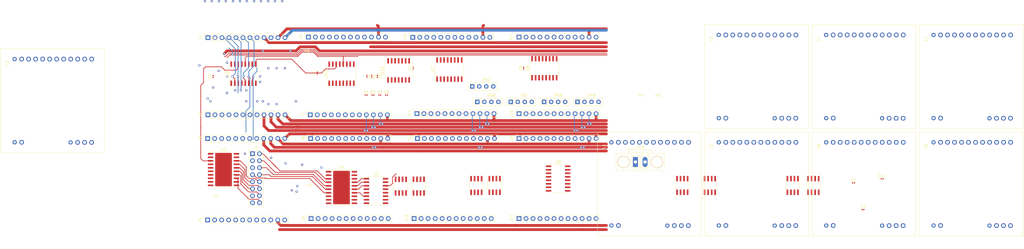
<source format=kicad_pcb>
(kicad_pcb (version 20171130) (host pcbnew 5.1.7-a382d34a8~87~ubuntu20.04.1)
  (layers (0 F.Cu signal) (31 B.Cu signal) (34 B.Paste user) (35 F.Paste user) (36 B.SilkS user) (37 F.SilkS user) (38 B.Mask user) (39 F.Mask user) (44 Edge.Cuts user))
  (net 0 "")
  (net 1 GND)
  (net 2 VCC)
  (net 3 "Net-(C5-Pad1)")
  (net 4 "Net-(C5-Pad2)")
  (net 5 "Net-(C6-Pad1)")
  (net 6 "Net-(R1-Pad1)")
  (net 7 /B0-b5)
  (net 8 /B1-a5)
  (net 9 /B2-b6)
  (net 10 /B3-a6)
  (net 11 /B4-b7)
  (net 12 /B5B6B7-b8)
  (net 13 /A5-SRCLK)
  (net 14 "Net-(U1-Pad5)")
  (net 15 "Net-(U1-Pad4)")
  (net 16 /A1-SER)
  (net 17 "Net-(U1-Pad2)")
  (net 18 /RCLK)
  (net 19 /QH-SER)
  (net 20 /a4-A5)
  (net 21 /A6-A7)
  (net 22 /A7-B4)
  (net 23 /B7-B7)
  (net 24 /B6-B6)
  (net 25 "Net-(U4-Pad15)")
  (net 26 "Net-(U4-Pad16)")
  (net 27 "Net-(U4-Pad17)")
  (net 28 "Net-(U4-Pad18)")
  (net 29 "Net-(U4-Pad19)")
  (net 30 "Net-(J4-Pad13)")
  (net 31 "Net-(RN2-Pad2)")
  (net 32 "Net-(RN2-Pad3)")
  (net 33 "Net-(RN2-Pad4)")
  (net 34 SRCLK-2)
  (net 35 LT)
  (net 36 "Net-(U3-Pad9)")
  (net 37 "Net-(U4-Pad13)")
  (net 38 "Net-(U4-Pad14)")
  (net 39 /E1)
  (net 40 /E3)
  (net 41 "Net-(U7-Pad9)")
  (net 42 /L1R8)
  (net 43 /L1R7)
  (net 44 /L1R6)
  (net 45 /L1R5)
  (net 46 /L1R4)
  (net 47 /L1R3)
  (net 48 /L1R2)
  (net 49 /L1R1)
  (net 50 /H4a)
  (net 51 /H3a)
  (net 52 /H2a)
  (net 53 /H1a)
  (net 54 /L1G8)
  (net 55 /L1G7)
  (net 56 /L1G6)
  (net 57 /L1G5)
  (net 58 /L1G4)
  (net 59 /L1G3)
  (net 60 /L1G2)
  (net 61 /L1G1)
  (net 62 /H5a)
  (net 63 /H6a)
  (net 64 /H7a)
  (net 65 /H8a)
  (net 66 /H1b)
  (net 67 /H2b)
  (net 68 /H3b)
  (net 69 /H4b)
  (net 70 /H5b)
  (net 71 /H6b)
  (net 72 /H7b)
  (net 73 /H8b)
  (net 74 /L3R8)
  (net 75 /L3R7)
  (net 76 /L3R6)
  (net 77 /L3R5)
  (net 78 /L3R4)
  (net 79 /L3R3)
  (net 80 /L3R2)
  (net 81 /L3R1)
  (net 82 "Net-(J7-Pad8)")
  (net 83 "Net-(J7-Pad7)")
  (net 84 "Net-(J7-Pad6)")
  (net 85 "Net-(J7-Pad5)")
  (net 86 "Net-(J7-Pad4)")
  (net 87 "Net-(J7-Pad3)")
  (net 88 "Net-(J7-Pad2)")
  (net 89 "Net-(J7-Pad1)")
  (net 90 /L5R1)
  (net 91 /L5R2)
  (net 92 /L5R3)
  (net 93 /L5R4)
  (net 94 /L5R5)
  (net 95 /L5R6)
  (net 96 /L5R7)
  (net 97 /L5R8)
  (net 98 "Net-(J11-Pad1)")
  (net 99 "Net-(J11-Pad2)")
  (net 100 "Net-(J11-Pad3)")
  (net 101 "Net-(J11-Pad4)")
  (net 102 "Net-(J11-Pad5)")
  (net 103 "Net-(J11-Pad6)")
  (net 104 "Net-(J11-Pad7)")
  (net 105 "Net-(J11-Pad8)")
  (net 106 /L7R8)
  (net 107 /L7R7)
  (net 108 /L7R6)
  (net 109 /L7R5)
  (net 110 /L7R4)
  (net 111 /L7R3)
  (net 112 /L7R2)
  (net 113 /L7R1)
  (net 114 /L7G8)
  (net 115 /L7G7)
  (net 116 /L7G6)
  (net 117 /L7G5)
  (net 118 /L7G4)
  (net 119 /L7G3)
  (net 120 /L7G2)
  (net 121 /L7G1)
  (net 122 /Y0-G2b)
  (net 123 /Y1-G1b)
  (net 124 /Y1-G1a)
  (net 125 /Y0-G2a)
  (net 126 /Y3-G1b)
  (net 127 /Y2-G2b)
  (net 128 /Y2-G2a)
  (net 129 /Y3-G1a)
  (net 130 /Y5-G1b)
  (net 131 /Y4-G2b)
  (net 132 /Y4-G2a)
  (net 133 /Y5-G1a)
  (net 134 /Y7-G1b)
  (net 135 /Y6-G2b)
  (net 136 /Y6-G2a)
  (net 137 /Y7-G1a)
  (net 138 "Net-(U2-Pad9)")
  (net 139 "Net-(J4-Pad8)")
  (net 140 "Net-(J4-Pad6)")
  (net 141 "Net-(J4-Pad4)")
  (net 142 "Net-(J4-Pad2)")
  (net 143 "Net-(L1-Pad12)")
  (net 144 "Net-(L1-Pad11)")
  (net 145 "Net-(L1-Pad10)")
  (net 146 "Net-(L1-Pad9)")
  (net 147 "Net-(L1-Pad8)")
  (net 148 "Net-(L1-Pad7)")
  (net 149 "Net-(L1-Pad6)")
  (net 150 "Net-(L1-Pad5)")
  (net 151 "Net-(L1-Pad4)")
  (net 152 "Net-(L1-Pad3)")
  (net 153 "Net-(L1-Pad2)")
  (net 154 "Net-(L1-Pad1)")
  (net 155 "Net-(L2-Pad12)")
  (net 156 "Net-(L2-Pad11)")
  (net 157 "Net-(L2-Pad10)")
  (net 158 "Net-(L2-Pad9)")
  (net 159 "Net-(L2-Pad8)")
  (net 160 "Net-(L2-Pad7)")
  (net 161 "Net-(L2-Pad6)")
  (net 162 "Net-(L2-Pad5)")
  (net 163 "Net-(L2-Pad4)")
  (net 164 "Net-(L2-Pad3)")
  (net 165 "Net-(L2-Pad2)")
  (net 166 "Net-(L2-Pad1)")
  (net 167 "Net-(L3-Pad1)")
  (net 168 "Net-(L3-Pad2)")
  (net 169 "Net-(L3-Pad4)")
  (net 170 "Net-(L3-Pad3)")
  (net 171 "Net-(L3-Pad5)")
  (net 172 "Net-(L3-Pad6)")
  (net 173 "Net-(L3-Pad7)")
  (net 174 "Net-(L3-Pad8)")
  (net 175 "Net-(L3-Pad9)")
  (net 176 "Net-(L3-Pad10)")
  (net 177 "Net-(L3-Pad11)")
  (net 178 "Net-(L3-Pad12)")
  (net 179 "Net-(L4-Pad1)")
  (net 180 "Net-(L4-Pad2)")
  (net 181 "Net-(L4-Pad4)")
  (net 182 "Net-(L4-Pad3)")
  (net 183 "Net-(L4-Pad5)")
  (net 184 "Net-(L4-Pad6)")
  (net 185 "Net-(L4-Pad7)")
  (net 186 "Net-(L4-Pad8)")
  (net 187 "Net-(L4-Pad9)")
  (net 188 "Net-(L4-Pad10)")
  (net 189 "Net-(L4-Pad11)")
  (net 190 "Net-(L4-Pad12)")
  (net 191 "Net-(L5-Pad12)")
  (net 192 "Net-(L5-Pad11)")
  (net 193 "Net-(L5-Pad10)")
  (net 194 "Net-(L5-Pad9)")
  (net 195 "Net-(L5-Pad8)")
  (net 196 "Net-(L5-Pad7)")
  (net 197 "Net-(L5-Pad6)")
  (net 198 "Net-(L5-Pad5)")
  (net 199 "Net-(L5-Pad4)")
  (net 200 "Net-(L5-Pad3)")
  (net 201 "Net-(L5-Pad2)")
  (net 202 "Net-(L5-Pad1)")
  (net 203 "Net-(L6-Pad1)")
  (net 204 "Net-(L6-Pad2)")
  (net 205 "Net-(L6-Pad4)")
  (net 206 "Net-(L6-Pad3)")
  (net 207 "Net-(L6-Pad5)")
  (net 208 "Net-(L6-Pad6)")
  (net 209 "Net-(L6-Pad7)")
  (net 210 "Net-(L6-Pad8)")
  (net 211 "Net-(L6-Pad9)")
  (net 212 "Net-(L6-Pad10)")
  (net 213 "Net-(L6-Pad11)")
  (net 214 "Net-(L6-Pad12)")
  (net 215 "Net-(L7-Pad1)")
  (net 216 "Net-(L7-Pad2)")
  (net 217 "Net-(L7-Pad4)")
  (net 218 "Net-(L7-Pad3)")
  (net 219 "Net-(L7-Pad5)")
  (net 220 "Net-(L7-Pad6)")
  (net 221 "Net-(L7-Pad7)")
  (net 222 "Net-(L7-Pad8)")
  (net 223 "Net-(L7-Pad9)")
  (net 224 "Net-(L7-Pad10)")
  (net 225 "Net-(L7-Pad11)")
  (net 226 "Net-(L7-Pad12)")
  (net 227 "Net-(L8-Pad12)")
  (net 228 "Net-(L8-Pad11)")
  (net 229 "Net-(L8-Pad10)")
  (net 230 "Net-(L8-Pad9)")
  (net 231 "Net-(L8-Pad8)")
  (net 232 "Net-(L8-Pad7)")
  (net 233 "Net-(L8-Pad6)")
  (net 234 "Net-(L8-Pad5)")
  (net 235 "Net-(L8-Pad4)")
  (net 236 "Net-(L8-Pad3)")
  (net 237 "Net-(L8-Pad2)")
  (net 238 "Net-(L8-Pad1)")
  (net 239 "Net-(U10-Pad5)")
  (module Connector_Phoenix_MC:PhoenixContact_MCV_1,5_2-GF-3.5_1x02_P3.50mm_Vertical_ThreadedFlange_MountHole (layer F.Cu) (at 218 109)
    (fp_text reference J19 (at 1.75 -5.45) (layer F.SilkS))
    (fp_text value Conn_01x02_Female)
    (pad "" np_thru_hole circle (at 7.8 0) (size 2.4 2.4) (drill 2.4) (layers *.Cu *.Mask))
    (pad "" np_thru_hole circle (at -4.3 0) (size 2.4 2.4) (drill 2.4) (layers *.Cu *.Mask))
    (pad 2 thru_hole oval (at 3.5 0) (size 1.8 3.6) (drill 1.2) (layers *.Cu *.Mask) (net 2 VCC))
    (pad 1 thru_hole roundrect (at 0 0) (size 1.8 3.6) (drill 1.2) (layers *.Cu *.Mask) (roundrect_rratio 0.138889) (net 1 GND))
  )
  (module Connector_PinHeader_2.54mm:PinHeader_2x08_P2.54mm_Vertical (layer F.Cu) (at 79.25 106)
    (fp_text reference J4 (at 1.27 -2.33) (layer F.SilkS))
    (fp_text value Conn_02x08_Counter_Clockwise)
    (pad 1 thru_hole rect (at 0 0) (size 1.7 1.7) (drill 1) (layers *.Cu *.Mask) (net 1 GND))
    (pad 2 thru_hole oval (at 2.54 0) (size 1.7 1.7) (drill 1) (layers *.Cu *.Mask) (net 142 "Net-(J4-Pad2)"))
    (pad 3 thru_hole oval (at 0 2.54) (size 1.7 1.7) (drill 1) (layers *.Cu *.Mask) (net 1 GND))
    (pad 4 thru_hole oval (at 2.54 2.54) (size 1.7 1.7) (drill 1) (layers *.Cu *.Mask) (net 141 "Net-(J4-Pad4)"))
    (pad 5 thru_hole oval (at 0 5.08) (size 1.7 1.7) (drill 1) (layers *.Cu *.Mask) (net 1 GND))
    (pad 6 thru_hole oval (at 2.54 5.08) (size 1.7 1.7) (drill 1) (layers *.Cu *.Mask) (net 140 "Net-(J4-Pad6)"))
    (pad 7 thru_hole oval (at 0 7.62) (size 1.7 1.7) (drill 1) (layers *.Cu *.Mask) (net 20 /a4-A5))
    (pad 8 thru_hole oval (at 2.54 7.62) (size 1.7 1.7) (drill 1) (layers *.Cu *.Mask) (net 139 "Net-(J4-Pad8)"))
    (pad 9 thru_hole oval (at 0 10.16) (size 1.7 1.7) (drill 1) (layers *.Cu *.Mask) (net 8 /B1-a5))
    (pad 10 thru_hole oval (at 2.54 10.16) (size 1.7 1.7) (drill 1) (layers *.Cu *.Mask) (net 7 /B0-b5))
    (pad 11 thru_hole oval (at 0 12.7) (size 1.7 1.7) (drill 1) (layers *.Cu *.Mask) (net 10 /B3-a6))
    (pad 12 thru_hole oval (at 2.54 12.7) (size 1.7 1.7) (drill 1) (layers *.Cu *.Mask) (net 9 /B2-b6))
    (pad 13 thru_hole oval (at 0 15.24) (size 1.7 1.7) (drill 1) (layers *.Cu *.Mask) (net 30 "Net-(J4-Pad13)"))
    (pad 14 thru_hole oval (at 2.54 15.24) (size 1.7 1.7) (drill 1) (layers *.Cu *.Mask) (net 11 /B4-b7))
    (pad 15 thru_hole oval (at 0 17.78) (size 1.7 1.7) (drill 1) (layers *.Cu *.Mask) (net 1 GND))
    (pad 16 thru_hole oval (at 2.54 17.78) (size 1.7 1.7) (drill 1) (layers *.Cu *.Mask) (net 12 /B5B6B7-b8))
  )
  (module FDS4953:SOIC127P600X175-8N (layer F.Cu) (at 167 117.5 270)
    (fp_text reference Q1 (at -0.795 -3.337 90) (layer F.SilkS) (effects (font (thickness 0.015))))
    (fp_text value FDS4953)
    (pad 8 smd rect (at 2.475 -1.905 270) (size 1.97 0.6) (layers F.Cu F.Paste F.Mask) (net 71 /H6b))
    (pad 7 smd rect (at 2.475 -0.635 270) (size 1.97 0.6) (layers F.Cu F.Paste F.Mask) (net 71 /H6b))
    (pad 6 smd rect (at 2.475 0.635 270) (size 1.97 0.6) (layers F.Cu F.Paste F.Mask) (net 70 /H5b))
    (pad 5 smd rect (at 2.475 1.905 270) (size 1.97 0.6) (layers F.Cu F.Paste F.Mask) (net 70 /H5b))
    (pad 4 smd rect (at -2.475 1.905 270) (size 1.97 0.6) (layers F.Cu F.Paste F.Mask) (net 122 /Y0-G2b))
    (pad 3 smd rect (at -2.475 0.635 270) (size 1.97 0.6) (layers F.Cu F.Paste F.Mask) (net 2 VCC))
    (pad 2 smd rect (at -2.475 -0.635 270) (size 1.97 0.6) (layers F.Cu F.Paste F.Mask) (net 123 /Y1-G1b))
    (pad 1 smd rect (at -2.475 -1.905 270) (size 1.97 0.6) (layers F.Cu F.Paste F.Mask) (net 2 VCC))
  )
  (module FDS4953:SOIC127P600X175-8N (layer F.Cu) (at 235 117.5 90)
    (fp_text reference Q2 (at -0.795 -3.337 90) (layer F.SilkS) (effects (font (thickness 0.015))))
    (fp_text value FDS4953)
    (pad 1 smd rect (at -2.475 -1.905 90) (size 1.97 0.6) (layers F.Cu F.Paste F.Mask) (net 2 VCC))
    (pad 2 smd rect (at -2.475 -0.635 90) (size 1.97 0.6) (layers F.Cu F.Paste F.Mask) (net 124 /Y1-G1a))
    (pad 3 smd rect (at -2.475 0.635 90) (size 1.97 0.6) (layers F.Cu F.Paste F.Mask) (net 2 VCC))
    (pad 4 smd rect (at -2.475 1.905 90) (size 1.97 0.6) (layers F.Cu F.Paste F.Mask) (net 125 /Y0-G2a))
    (pad 5 smd rect (at 2.475 1.905 90) (size 1.97 0.6) (layers F.Cu F.Paste F.Mask) (net 62 /H5a))
    (pad 6 smd rect (at 2.475 0.635 90) (size 1.97 0.6) (layers F.Cu F.Paste F.Mask) (net 62 /H5a))
    (pad 7 smd rect (at 2.475 -0.635 90) (size 1.97 0.6) (layers F.Cu F.Paste F.Mask) (net 63 /H6a))
    (pad 8 smd rect (at 2.475 -1.905 90) (size 1.97 0.6) (layers F.Cu F.Paste F.Mask) (net 63 /H6a))
  )
  (module FDS4953:SOIC127P600X175-8N (layer F.Cu) (at 160.365 117.525 270)
    (fp_text reference Q3 (at -0.795 -3.337 90) (layer F.SilkS) (effects (font (thickness 0.015))))
    (fp_text value FDS4953)
    (pad 1 smd rect (at -2.475 -1.905 270) (size 1.97 0.6) (layers F.Cu F.Paste F.Mask) (net 2 VCC))
    (pad 2 smd rect (at -2.475 -0.635 270) (size 1.97 0.6) (layers F.Cu F.Paste F.Mask) (net 126 /Y3-G1b))
    (pad 3 smd rect (at -2.475 0.635 270) (size 1.97 0.6) (layers F.Cu F.Paste F.Mask) (net 2 VCC))
    (pad 4 smd rect (at -2.475 1.905 270) (size 1.97 0.6) (layers F.Cu F.Paste F.Mask) (net 127 /Y2-G2b))
    (pad 5 smd rect (at 2.475 1.905 270) (size 1.97 0.6) (layers F.Cu F.Paste F.Mask) (net 72 /H7b))
    (pad 6 smd rect (at 2.475 0.635 270) (size 1.97 0.6) (layers F.Cu F.Paste F.Mask) (net 72 /H7b))
    (pad 7 smd rect (at 2.475 -0.635 270) (size 1.97 0.6) (layers F.Cu F.Paste F.Mask) (net 73 /H8b))
    (pad 8 smd rect (at 2.475 -1.905 270) (size 1.97 0.6) (layers F.Cu F.Paste F.Mask) (net 73 /H8b))
  )
  (module FDS4953:SOIC127P600X175-8N (layer F.Cu) (at 245 117.5 90)
    (fp_text reference Q4 (at -0.795 -3.337 90) (layer F.SilkS) (effects (font (thickness 0.015))))
    (fp_text value FDS4953)
    (pad 8 smd rect (at 2.475 -1.905 90) (size 1.97 0.6) (layers F.Cu F.Paste F.Mask) (net 65 /H8a))
    (pad 7 smd rect (at 2.475 -0.635 90) (size 1.97 0.6) (layers F.Cu F.Paste F.Mask) (net 65 /H8a))
    (pad 6 smd rect (at 2.475 0.635 90) (size 1.97 0.6) (layers F.Cu F.Paste F.Mask) (net 64 /H7a))
    (pad 5 smd rect (at 2.475 1.905 90) (size 1.97 0.6) (layers F.Cu F.Paste F.Mask) (net 64 /H7a))
    (pad 4 smd rect (at -2.475 1.905 90) (size 1.97 0.6) (layers F.Cu F.Paste F.Mask) (net 128 /Y2-G2a))
    (pad 3 smd rect (at -2.475 0.635 90) (size 1.97 0.6) (layers F.Cu F.Paste F.Mask) (net 2 VCC))
    (pad 2 smd rect (at -2.475 -0.635 90) (size 1.97 0.6) (layers F.Cu F.Paste F.Mask) (net 129 /Y3-G1a))
    (pad 1 smd rect (at -2.475 -1.905 90) (size 1.97 0.6) (layers F.Cu F.Paste F.Mask) (net 2 VCC))
  )
  (module FDS4953:SOIC127P600X175-8N (layer F.Cu) (at 139.5 117.75 90)
    (fp_text reference Q5 (at -0.795 -3.337 90) (layer F.SilkS) (effects (font (thickness 0.015))))
    (fp_text value FDS4953)
    (pad 1 smd rect (at -2.475 -1.905 90) (size 1.97 0.6) (layers F.Cu F.Paste F.Mask) (net 2 VCC))
    (pad 2 smd rect (at -2.475 -0.635 90) (size 1.97 0.6) (layers F.Cu F.Paste F.Mask) (net 130 /Y5-G1b))
    (pad 3 smd rect (at -2.475 0.635 90) (size 1.97 0.6) (layers F.Cu F.Paste F.Mask) (net 2 VCC))
    (pad 4 smd rect (at -2.475 1.905 90) (size 1.97 0.6) (layers F.Cu F.Paste F.Mask) (net 131 /Y4-G2b))
    (pad 5 smd rect (at 2.475 1.905 90) (size 1.97 0.6) (layers F.Cu F.Paste F.Mask) (net 69 /H4b))
    (pad 6 smd rect (at 2.475 0.635 90) (size 1.97 0.6) (layers F.Cu F.Paste F.Mask) (net 69 /H4b))
    (pad 7 smd rect (at 2.475 -0.635 90) (size 1.97 0.6) (layers F.Cu F.Paste F.Mask) (net 68 /H3b))
    (pad 8 smd rect (at 2.475 -1.905 90) (size 1.97 0.6) (layers F.Cu F.Paste F.Mask) (net 68 /H3b))
  )
  (module FDS4953:SOIC127P600X175-8N (layer F.Cu) (at 275 117.5 270)
    (fp_text reference Q6 (at -0.795 -3.337 90) (layer F.SilkS) (effects (font (thickness 0.015))))
    (fp_text value FDS4953)
    (pad 8 smd rect (at 2.475 -1.905 270) (size 1.97 0.6) (layers F.Cu F.Paste F.Mask) (net 51 /H3a))
    (pad 7 smd rect (at 2.475 -0.635 270) (size 1.97 0.6) (layers F.Cu F.Paste F.Mask) (net 51 /H3a))
    (pad 6 smd rect (at 2.475 0.635 270) (size 1.97 0.6) (layers F.Cu F.Paste F.Mask) (net 50 /H4a))
    (pad 5 smd rect (at 2.475 1.905 270) (size 1.97 0.6) (layers F.Cu F.Paste F.Mask) (net 50 /H4a))
    (pad 4 smd rect (at -2.475 1.905 270) (size 1.97 0.6) (layers F.Cu F.Paste F.Mask) (net 132 /Y4-G2a))
    (pad 3 smd rect (at -2.475 0.635 270) (size 1.97 0.6) (layers F.Cu F.Paste F.Mask) (net 2 VCC))
    (pad 2 smd rect (at -2.475 -0.635 270) (size 1.97 0.6) (layers F.Cu F.Paste F.Mask) (net 133 /Y5-G1a))
    (pad 1 smd rect (at -2.475 -1.905 270) (size 1.97 0.6) (layers F.Cu F.Paste F.Mask) (net 2 VCC))
  )
  (module FDS4953:SOIC127P600X175-8N (layer F.Cu) (at 133 117.75 90)
    (fp_text reference Q7 (at -0.795 -3.337 90) (layer F.SilkS) (effects (font (thickness 0.015))))
    (fp_text value FDS4953)
    (pad 1 smd rect (at -2.475 -1.905 90) (size 1.97 0.6) (layers F.Cu F.Paste F.Mask) (net 2 VCC))
    (pad 2 smd rect (at -2.475 -0.635 90) (size 1.97 0.6) (layers F.Cu F.Paste F.Mask) (net 134 /Y7-G1b))
    (pad 3 smd rect (at -2.475 0.635 90) (size 1.97 0.6) (layers F.Cu F.Paste F.Mask) (net 2 VCC))
    (pad 4 smd rect (at -2.475 1.905 90) (size 1.97 0.6) (layers F.Cu F.Paste F.Mask) (net 135 /Y6-G2b))
    (pad 5 smd rect (at 2.475 1.905 90) (size 1.97 0.6) (layers F.Cu F.Paste F.Mask) (net 67 /H2b))
    (pad 6 smd rect (at 2.475 0.635 90) (size 1.97 0.6) (layers F.Cu F.Paste F.Mask) (net 67 /H2b))
    (pad 7 smd rect (at 2.475 -0.635 90) (size 1.97 0.6) (layers F.Cu F.Paste F.Mask) (net 66 /H1b))
    (pad 8 smd rect (at 2.475 -1.905 90) (size 1.97 0.6) (layers F.Cu F.Paste F.Mask) (net 66 /H1b))
  )
  (module FDS4953:SOIC127P600X175-8N (layer F.Cu) (at 282.5 117.5 270)
    (fp_text reference Q8 (at -0.795 -3.337 90) (layer F.SilkS) (effects (font (thickness 0.015))))
    (fp_text value FDS4953)
    (pad 8 smd rect (at 2.475 -1.905 270) (size 1.97 0.6) (layers F.Cu F.Paste F.Mask) (net 53 /H1a))
    (pad 7 smd rect (at 2.475 -0.635 270) (size 1.97 0.6) (layers F.Cu F.Paste F.Mask) (net 53 /H1a))
    (pad 6 smd rect (at 2.475 0.635 270) (size 1.97 0.6) (layers F.Cu F.Paste F.Mask) (net 52 /H2a))
    (pad 5 smd rect (at 2.475 1.905 270) (size 1.97 0.6) (layers F.Cu F.Paste F.Mask) (net 52 /H2a))
    (pad 4 smd rect (at -2.475 1.905 270) (size 1.97 0.6) (layers F.Cu F.Paste F.Mask) (net 136 /Y6-G2a))
    (pad 3 smd rect (at -2.475 0.635 270) (size 1.97 0.6) (layers F.Cu F.Paste F.Mask) (net 2 VCC))
    (pad 2 smd rect (at -2.475 -0.635 270) (size 1.97 0.6) (layers F.Cu F.Paste F.Mask) (net 137 /Y7-G1a))
    (pad 1 smd rect (at -2.475 -1.905 270) (size 1.97 0.6) (layers F.Cu F.Paste F.Mask) (net 2 VCC))
  )
  (module Resistor_THT:R_Array_SIP4 (layer F.Cu) (at 158.885001 81.625001)
    (fp_text reference RN2 (at 5.08 -2.4) (layer F.SilkS))
    (fp_text value R_Network04)
    (pad 1 thru_hole rect (at 0 0) (size 1.6 1.6) (drill 0.8) (layers *.Cu *.Mask) (net 1 GND))
    (pad 2 thru_hole oval (at 2.54 0) (size 1.6 1.6) (drill 0.8) (layers *.Cu *.Mask) (net 31 "Net-(RN2-Pad2)"))
    (pad 3 thru_hole oval (at 5.08 0) (size 1.6 1.6) (drill 0.8) (layers *.Cu *.Mask) (net 32 "Net-(RN2-Pad3)"))
    (pad 4 thru_hole oval (at 7.62 0) (size 1.6 1.6) (drill 0.8) (layers *.Cu *.Mask) (net 33 "Net-(RN2-Pad4)"))
  )
  (module Package_SO:SO-20-1EP_7.52x12.825mm_P1.27mm_EP6.045x12.09mm_Mask3.56x4.47mm (layer F.Cu) (at 68.75 111.75)
    (fp_text reference U1 (at 0 -7.36) (layer F.SilkS))
    (fp_text value 74HC245)
    (pad 21 smd roundrect (at 0 0) (size 6.045 12.09) (layers F.Cu) (roundrect_rratio 0.041356))
    (pad 1 smd roundrect (at -4.675 -5.715) (size 2 0.6) (layers F.Cu F.Paste F.Mask) (net 1 GND))
    (pad 2 smd roundrect (at -4.675 -4.445) (size 2 0.6) (layers F.Cu F.Paste F.Mask) (net 17 "Net-(U1-Pad2)"))
    (pad 3 smd roundrect (at -4.675 -3.175) (size 2 0.6) (layers F.Cu F.Paste F.Mask) (net 16 /A1-SER))
    (pad 4 smd roundrect (at -4.675 -1.905) (size 2 0.6) (layers F.Cu F.Paste F.Mask) (net 15 "Net-(U1-Pad4)"))
    (pad 5 smd roundrect (at -4.675 -0.635) (size 2 0.6) (layers F.Cu F.Paste F.Mask) (net 14 "Net-(U1-Pad5)"))
    (pad 6 smd roundrect (at -4.675 0.635) (size 2 0.6) (layers F.Cu F.Paste F.Mask) (net 35 LT))
    (pad 7 smd roundrect (at -4.675 1.905) (size 2 0.6) (layers F.Cu F.Paste F.Mask) (net 13 /A5-SRCLK))
    (pad 8 smd roundrect (at -4.675 3.175) (size 2 0.6) (layers F.Cu F.Paste F.Mask) (net 31 "Net-(RN2-Pad2)"))
    (pad 9 smd roundrect (at -4.675 4.445) (size 2 0.6) (layers F.Cu F.Paste F.Mask) (net 34 SRCLK-2))
    (pad 10 smd roundrect (at -4.675 5.715) (size 2 0.6) (layers F.Cu F.Paste F.Mask) (net 1 GND))
    (pad 11 smd roundrect (at 4.675 5.715) (size 2 0.6) (layers F.Cu F.Paste F.Mask) (net 12 /B5B6B7-b8))
    (pad 12 smd roundrect (at 4.675 4.445) (size 2 0.6) (layers F.Cu F.Paste F.Mask) (net 12 /B5B6B7-b8))
    (pad 13 smd roundrect (at 4.675 3.175) (size 2 0.6) (layers F.Cu F.Paste F.Mask) (net 12 /B5B6B7-b8))
    (pad 14 smd roundrect (at 4.675 1.905) (size 2 0.6) (layers F.Cu F.Paste F.Mask) (net 11 /B4-b7))
    (pad 15 smd roundrect (at 4.675 0.635) (size 2 0.6) (layers F.Cu F.Paste F.Mask) (net 10 /B3-a6))
    (pad 16 smd roundrect (at 4.675 -0.635) (size 2 0.6) (layers F.Cu F.Paste F.Mask) (net 9 /B2-b6))
    (pad 17 smd roundrect (at 4.675 -1.905) (size 2 0.6) (layers F.Cu F.Paste F.Mask) (net 8 /B1-a5))
    (pad 18 smd roundrect (at 4.675 -3.175) (size 2 0.6) (layers F.Cu F.Paste F.Mask) (net 7 /B0-b5))
    (pad 19 smd roundrect (at 4.675 -4.445) (size 2 0.6) (layers F.Cu F.Paste F.Mask) (net 1 GND))
    (pad 20 smd roundrect (at 4.675 -5.715) (size 2 0.6) (layers F.Cu F.Paste F.Mask) (net 2 VCC))
  )
  (module Package_SO:SO-16_5.3x10.2mm_P1.27mm (layer F.Cu) (at 76 77 90)
    (fp_text reference U2 (at 0 -6.05 90) (layer F.SilkS))
    (fp_text value 74HC595)
    (pad 1 smd roundrect (at -3.4625 -4.445 90) (size 1.975 0.6) (layers F.Cu F.Paste F.Mask) (net 43 /L1R7))
    (pad 2 smd roundrect (at -3.4625 -3.175 90) (size 1.975 0.6) (layers F.Cu F.Paste F.Mask) (net 44 /L1R6))
    (pad 3 smd roundrect (at -3.4625 -1.905 90) (size 1.975 0.6) (layers F.Cu F.Paste F.Mask) (net 45 /L1R5))
    (pad 4 smd roundrect (at -3.4625 -0.635 90) (size 1.975 0.6) (layers F.Cu F.Paste F.Mask) (net 46 /L1R4))
    (pad 5 smd roundrect (at -3.4625 0.635 90) (size 1.975 0.6) (layers F.Cu F.Paste F.Mask) (net 47 /L1R3))
    (pad 6 smd roundrect (at -3.4625 1.905 90) (size 1.975 0.6) (layers F.Cu F.Paste F.Mask) (net 48 /L1R2))
    (pad 7 smd roundrect (at -3.4625 3.175 90) (size 1.975 0.6) (layers F.Cu F.Paste F.Mask) (net 49 /L1R1))
    (pad 8 smd roundrect (at -3.4625 4.445 90) (size 1.975 0.6) (layers F.Cu F.Paste F.Mask) (net 1 GND))
    (pad 9 smd roundrect (at 3.4625 4.445 90) (size 1.975 0.6) (layers F.Cu F.Paste F.Mask) (net 138 "Net-(U2-Pad9)"))
    (pad 10 smd roundrect (at 3.4625 3.175 90) (size 1.975 0.6) (layers F.Cu F.Paste F.Mask) (net 2 VCC))
    (pad 11 smd roundrect (at 3.4625 1.905 90) (size 1.975 0.6) (layers F.Cu F.Paste F.Mask) (net 13 /A5-SRCLK))
    (pad 12 smd roundrect (at 3.4625 0.635 90) (size 1.975 0.6) (layers F.Cu F.Paste F.Mask) (net 18 /RCLK))
    (pad 13 smd roundrect (at 3.4625 -0.635 90) (size 1.975 0.6) (layers F.Cu F.Paste F.Mask) (net 1 GND))
    (pad 14 smd roundrect (at 3.4625 -1.905 90) (size 1.975 0.6) (layers F.Cu F.Paste F.Mask) (net 16 /A1-SER))
    (pad 15 smd roundrect (at 3.4625 -3.175 90) (size 1.975 0.6) (layers F.Cu F.Paste F.Mask) (net 42 /L1R8))
    (pad 16 smd roundrect (at 3.4625 -4.445 90) (size 1.975 0.6) (layers F.Cu F.Paste F.Mask) (net 2 VCC))
  )
  (module Package_SO:SO-16_5.3x10.2mm_P1.27mm (layer F.Cu) (at 111.5 77 90)
    (fp_text reference U3 (at 0 -6.05 90) (layer F.SilkS))
    (fp_text value 74HC595)
    (pad 16 smd roundrect (at 3.4625 -4.445 90) (size 1.975 0.6) (layers F.Cu F.Paste F.Mask) (net 2 VCC))
    (pad 15 smd roundrect (at 3.4625 -3.175 90) (size 1.975 0.6) (layers F.Cu F.Paste F.Mask) (net 74 /L3R8))
    (pad 14 smd roundrect (at 3.4625 -1.905 90) (size 1.975 0.6) (layers F.Cu F.Paste F.Mask) (net 138 "Net-(U2-Pad9)"))
    (pad 13 smd roundrect (at 3.4625 -0.635 90) (size 1.975 0.6) (layers F.Cu F.Paste F.Mask) (net 1 GND))
    (pad 12 smd roundrect (at 3.4625 0.635 90) (size 1.975 0.6) (layers F.Cu F.Paste F.Mask) (net 18 /RCLK))
    (pad 11 smd roundrect (at 3.4625 1.905 90) (size 1.975 0.6) (layers F.Cu F.Paste F.Mask) (net 13 /A5-SRCLK))
    (pad 10 smd roundrect (at 3.4625 3.175 90) (size 1.975 0.6) (layers F.Cu F.Paste F.Mask) (net 2 VCC))
    (pad 9 smd roundrect (at 3.4625 4.445 90) (size 1.975 0.6) (layers F.Cu F.Paste F.Mask) (net 36 "Net-(U3-Pad9)"))
    (pad 8 smd roundrect (at -3.4625 4.445 90) (size 1.975 0.6) (layers F.Cu F.Paste F.Mask) (net 1 GND))
    (pad 7 smd roundrect (at -3.4625 3.175 90) (size 1.975 0.6) (layers F.Cu F.Paste F.Mask) (net 81 /L3R1))
    (pad 6 smd roundrect (at -3.4625 1.905 90) (size 1.975 0.6) (layers F.Cu F.Paste F.Mask) (net 80 /L3R2))
    (pad 5 smd roundrect (at -3.4625 0.635 90) (size 1.975 0.6) (layers F.Cu F.Paste F.Mask) (net 79 /L3R3))
    (pad 4 smd roundrect (at -3.4625 -0.635 90) (size 1.975 0.6) (layers F.Cu F.Paste F.Mask) (net 78 /L3R4))
    (pad 3 smd roundrect (at -3.4625 -1.905 90) (size 1.975 0.6) (layers F.Cu F.Paste F.Mask) (net 77 /L3R5))
    (pad 2 smd roundrect (at -3.4625 -3.175 90) (size 1.975 0.6) (layers F.Cu F.Paste F.Mask) (net 76 /L3R6))
    (pad 1 smd roundrect (at -3.4625 -4.445 90) (size 1.975 0.6) (layers F.Cu F.Paste F.Mask) (net 75 /L3R7))
  )
  (module Package_SO:SO-20-1EP_7.52x12.825mm_P1.27mm_EP6.045x12.09mm_Mask3.56x4.47mm (layer F.Cu) (at 111.5 118.25)
    (fp_text reference U4 (at 0 -7.36) (layer F.SilkS))
    (fp_text value 74HC245)
    (pad 20 smd roundrect (at 4.675 -5.715) (size 2 0.6) (layers F.Cu F.Paste F.Mask) (net 2 VCC))
    (pad 19 smd roundrect (at 4.675 -4.445) (size 2 0.6) (layers F.Cu F.Paste F.Mask) (net 29 "Net-(U4-Pad19)"))
    (pad 18 smd roundrect (at 4.675 -3.175) (size 2 0.6) (layers F.Cu F.Paste F.Mask) (net 28 "Net-(U4-Pad18)"))
    (pad 17 smd roundrect (at 4.675 -1.905) (size 2 0.6) (layers F.Cu F.Paste F.Mask) (net 27 "Net-(U4-Pad17)"))
    (pad 16 smd roundrect (at 4.675 -0.635) (size 2 0.6) (layers F.Cu F.Paste F.Mask) (net 26 "Net-(U4-Pad16)"))
    (pad 15 smd roundrect (at 4.675 0.635) (size 2 0.6) (layers F.Cu F.Paste F.Mask) (net 25 "Net-(U4-Pad15)"))
    (pad 14 smd roundrect (at 4.675 1.905) (size 2 0.6) (layers F.Cu F.Paste F.Mask) (net 38 "Net-(U4-Pad14)"))
    (pad 13 smd roundrect (at 4.675 3.175) (size 2 0.6) (layers F.Cu F.Paste F.Mask) (net 37 "Net-(U4-Pad13)"))
    (pad 12 smd roundrect (at 4.675 4.445) (size 2 0.6) (layers F.Cu F.Paste F.Mask) (net 24 /B6-B6))
    (pad 11 smd roundrect (at 4.675 5.715) (size 2 0.6) (layers F.Cu F.Paste F.Mask) (net 23 /B7-B7))
    (pad 10 smd roundrect (at -4.675 5.715) (size 2 0.6) (layers F.Cu F.Paste F.Mask) (net 1 GND))
    (pad 9 smd roundrect (at -4.675 4.445) (size 2 0.6) (layers F.Cu F.Paste F.Mask) (net 22 /A7-B4))
    (pad 8 smd roundrect (at -4.675 3.175) (size 2 0.6) (layers F.Cu F.Paste F.Mask) (net 21 /A6-A7))
    (pad 7 smd roundrect (at -4.675 1.905) (size 2 0.6) (layers F.Cu F.Paste F.Mask) (net 20 /a4-A5))
    (pad 6 smd roundrect (at -4.675 0.635) (size 2 0.6) (layers F.Cu F.Paste F.Mask) (net 139 "Net-(J4-Pad8)"))
    (pad 5 smd roundrect (at -4.675 -0.635) (size 2 0.6) (layers F.Cu F.Paste F.Mask) (net 140 "Net-(J4-Pad6)"))
    (pad 4 smd roundrect (at -4.675 -1.905) (size 2 0.6) (layers F.Cu F.Paste F.Mask) (net 141 "Net-(J4-Pad4)"))
    (pad 3 smd roundrect (at -4.675 -3.175) (size 2 0.6) (layers F.Cu F.Paste F.Mask) (net 142 "Net-(J4-Pad2)"))
    (pad 2 smd roundrect (at -4.675 -4.445) (size 2 0.6) (layers F.Cu F.Paste F.Mask) (net 2 VCC))
    (pad 1 smd roundrect (at -4.675 -5.715) (size 2 0.6) (layers F.Cu F.Paste F.Mask) (net 2 VCC))
    (pad 21 smd roundrect (at 0 0) (size 6.045 12.09) (layers F.Cu) (roundrect_rratio 0.041356))
  )
  (module Package_SO:SO-16_5.3x10.2mm_P1.27mm (layer F.Cu) (at 124 119.5)
    (fp_text reference U5 (at 0 -6.05) (layer F.SilkS))
    (fp_text value 74HC138D)
    (pad 1 smd roundrect (at -3.4625 -4.445) (size 1.975 0.6) (layers F.Cu F.Paste F.Mask) (net 27 "Net-(U4-Pad17)"))
    (pad 2 smd roundrect (at -3.4625 -3.175) (size 1.975 0.6) (layers F.Cu F.Paste F.Mask) (net 26 "Net-(U4-Pad16)"))
    (pad 3 smd roundrect (at -3.4625 -1.905) (size 1.975 0.6) (layers F.Cu F.Paste F.Mask) (net 25 "Net-(U4-Pad15)"))
    (pad 4 smd roundrect (at -3.4625 -0.635) (size 1.975 0.6) (layers F.Cu F.Paste F.Mask) (net 39 /E1))
    (pad 5 smd roundrect (at -3.4625 0.635) (size 1.975 0.6) (layers F.Cu F.Paste F.Mask) (net 37 "Net-(U4-Pad13)"))
    (pad 6 smd roundrect (at -3.4625 1.905) (size 1.975 0.6) (layers F.Cu F.Paste F.Mask) (net 38 "Net-(U4-Pad14)"))
    (pad 7 smd roundrect (at -3.4625 3.175) (size 1.975 0.6) (layers F.Cu F.Paste F.Mask) (net 134 /Y7-G1b))
    (pad 8 smd roundrect (at -3.4625 4.445) (size 1.975 0.6) (layers F.Cu F.Paste F.Mask) (net 1 GND))
    (pad 9 smd roundrect (at 3.4625 4.445) (size 1.975 0.6) (layers F.Cu F.Paste F.Mask) (net 135 /Y6-G2b))
    (pad 10 smd roundrect (at 3.4625 3.175) (size 1.975 0.6) (layers F.Cu F.Paste F.Mask) (net 130 /Y5-G1b))
    (pad 11 smd roundrect (at 3.4625 1.905) (size 1.975 0.6) (layers F.Cu F.Paste F.Mask) (net 131 /Y4-G2b))
    (pad 12 smd roundrect (at 3.4625 0.635) (size 1.975 0.6) (layers F.Cu F.Paste F.Mask) (net 126 /Y3-G1b))
    (pad 13 smd roundrect (at 3.4625 -0.635) (size 1.975 0.6) (layers F.Cu F.Paste F.Mask) (net 127 /Y2-G2b))
    (pad 14 smd roundrect (at 3.4625 -1.905) (size 1.975 0.6) (layers F.Cu F.Paste F.Mask) (net 123 /Y1-G1b))
    (pad 15 smd roundrect (at 3.4625 -3.175) (size 1.975 0.6) (layers F.Cu F.Paste F.Mask) (net 122 /Y0-G2b))
    (pad 16 smd roundrect (at 3.4625 -4.445) (size 1.975 0.6) (layers F.Cu F.Paste F.Mask) (net 2 VCC))
  )
  (module Package_SO:SO-16_5.3x10.2mm_P1.27mm (layer F.Cu) (at 150.6 75.5 90)
    (fp_text reference U7 (at 0 -6.05 90) (layer F.SilkS))
    (fp_text value 74HC595)
    (pad 16 smd roundrect (at 3.4625 -4.445 90) (size 1.975 0.6) (layers F.Cu F.Paste F.Mask) (net 2 VCC))
    (pad 15 smd roundrect (at 3.4625 -3.175 90) (size 1.975 0.6) (layers F.Cu F.Paste F.Mask) (net 97 /L5R8))
    (pad 14 smd roundrect (at 3.4625 -1.905 90) (size 1.975 0.6) (layers F.Cu F.Paste F.Mask) (net 36 "Net-(U3-Pad9)"))
    (pad 13 smd roundrect (at 3.4625 -0.635 90) (size 1.975 0.6) (layers F.Cu F.Paste F.Mask) (net 1 GND))
    (pad 12 smd roundrect (at 3.4625 0.635 90) (size 1.975 0.6) (layers F.Cu F.Paste F.Mask) (net 18 /RCLK))
    (pad 11 smd roundrect (at 3.4625 1.905 90) (size 1.975 0.6) (layers F.Cu F.Paste F.Mask) (net 13 /A5-SRCLK))
    (pad 10 smd roundrect (at 3.4625 3.175 90) (size 1.975 0.6) (layers F.Cu F.Paste F.Mask) (net 2 VCC))
    (pad 9 smd roundrect (at 3.4625 4.445 90) (size 1.975 0.6) (layers F.Cu F.Paste F.Mask) (net 41 "Net-(U7-Pad9)"))
    (pad 8 smd roundrect (at -3.4625 4.445 90) (size 1.975 0.6) (layers F.Cu F.Paste F.Mask) (net 1 GND))
    (pad 7 smd roundrect (at -3.4625 3.175 90) (size 1.975 0.6) (layers F.Cu F.Paste F.Mask) (net 90 /L5R1))
    (pad 6 smd roundrect (at -3.4625 1.905 90) (size 1.975 0.6) (layers F.Cu F.Paste F.Mask) (net 91 /L5R2))
    (pad 5 smd roundrect (at -3.4625 0.635 90) (size 1.975 0.6) (layers F.Cu F.Paste F.Mask) (net 92 /L5R3))
    (pad 4 smd roundrect (at -3.4625 -0.635 90) (size 1.975 0.6) (layers F.Cu F.Paste F.Mask) (net 93 /L5R4))
    (pad 3 smd roundrect (at -3.4625 -1.905 90) (size 1.975 0.6) (layers F.Cu F.Paste F.Mask) (net 94 /L5R5))
    (pad 2 smd roundrect (at -3.4625 -3.175 90) (size 1.975 0.6) (layers F.Cu F.Paste F.Mask) (net 95 /L5R6))
    (pad 1 smd roundrect (at -3.4625 -4.445 90) (size 1.975 0.6) (layers F.Cu F.Paste F.Mask) (net 96 /L5R7))
  )
  (module Package_SO:SO-16_5.3x10.2mm_P1.27mm (layer F.Cu) (at 185 75 90)
    (fp_text reference U8 (at 0 -6.05 90) (layer F.SilkS))
    (fp_text value 74HC595)
    (pad 16 smd roundrect (at 3.4625 -4.445 90) (size 1.975 0.6) (layers F.Cu F.Paste F.Mask) (net 2 VCC))
    (pad 15 smd roundrect (at 3.4625 -3.175 90) (size 1.975 0.6) (layers F.Cu F.Paste F.Mask) (net 106 /L7R8))
    (pad 14 smd roundrect (at 3.4625 -1.905 90) (size 1.975 0.6) (layers F.Cu F.Paste F.Mask) (net 41 "Net-(U7-Pad9)"))
    (pad 13 smd roundrect (at 3.4625 -0.635 90) (size 1.975 0.6) (layers F.Cu F.Paste F.Mask) (net 1 GND))
    (pad 12 smd roundrect (at 3.4625 0.635 90) (size 1.975 0.6) (layers F.Cu F.Paste F.Mask) (net 18 /RCLK))
    (pad 11 smd roundrect (at 3.4625 1.905 90) (size 1.975 0.6) (layers F.Cu F.Paste F.Mask) (net 13 /A5-SRCLK))
    (pad 10 smd roundrect (at 3.4625 3.175 90) (size 1.975 0.6) (layers F.Cu F.Paste F.Mask) (net 2 VCC))
    (pad 9 smd roundrect (at 3.4625 4.445 90) (size 1.975 0.6) (layers F.Cu F.Paste F.Mask) (net 19 /QH-SER))
    (pad 8 smd roundrect (at -3.4625 4.445 90) (size 1.975 0.6) (layers F.Cu F.Paste F.Mask) (net 1 GND))
    (pad 7 smd roundrect (at -3.4625 3.175 90) (size 1.975 0.6) (layers F.Cu F.Paste F.Mask) (net 113 /L7R1))
    (pad 6 smd roundrect (at -3.4625 1.905 90) (size 1.975 0.6) (layers F.Cu F.Paste F.Mask) (net 112 /L7R2))
    (pad 5 smd roundrect (at -3.4625 0.635 90) (size 1.975 0.6) (layers F.Cu F.Paste F.Mask) (net 111 /L7R3))
    (pad 4 smd roundrect (at -3.4625 -0.635 90) (size 1.975 0.6) (layers F.Cu F.Paste F.Mask) (net 110 /L7R4))
    (pad 3 smd roundrect (at -3.4625 -1.905 90) (size 1.975 0.6) (layers F.Cu F.Paste F.Mask) (net 109 /L7R5))
    (pad 2 smd roundrect (at -3.4625 -3.175 90) (size 1.975 0.6) (layers F.Cu F.Paste F.Mask) (net 108 /L7R6))
    (pad 1 smd roundrect (at -3.4625 -4.445 90) (size 1.975 0.6) (layers F.Cu F.Paste F.Mask) (net 107 /L7R7))
  )
  (module Package_SO:SO-16_5.3x10.2mm_P1.27mm (layer F.Cu) (at 190 115)
    (fp_text reference U9 (at 0 -6.05) (layer F.SilkS))
    (fp_text value 74HC138D)
    (pad 1 smd roundrect (at -3.4625 -4.445) (size 1.975 0.6) (layers F.Cu F.Paste F.Mask) (net 27 "Net-(U4-Pad17)"))
    (pad 2 smd roundrect (at -3.4625 -3.175) (size 1.975 0.6) (layers F.Cu F.Paste F.Mask) (net 26 "Net-(U4-Pad16)"))
    (pad 3 smd roundrect (at -3.4625 -1.905) (size 1.975 0.6) (layers F.Cu F.Paste F.Mask) (net 25 "Net-(U4-Pad15)"))
    (pad 4 smd roundrect (at -3.4625 -0.635) (size 1.975 0.6) (layers F.Cu F.Paste F.Mask) (net 38 "Net-(U4-Pad14)"))
    (pad 5 smd roundrect (at -3.4625 0.635) (size 1.975 0.6) (layers F.Cu F.Paste F.Mask) (net 37 "Net-(U4-Pad13)"))
    (pad 6 smd roundrect (at -3.4625 1.905) (size 1.975 0.6) (layers F.Cu F.Paste F.Mask) (net 40 /E3))
    (pad 7 smd roundrect (at -3.4625 3.175) (size 1.975 0.6) (layers F.Cu F.Paste F.Mask) (net 137 /Y7-G1a))
    (pad 8 smd roundrect (at -3.4625 4.445) (size 1.975 0.6) (layers F.Cu F.Paste F.Mask) (net 1 GND))
    (pad 9 smd roundrect (at 3.4625 4.445) (size 1.975 0.6) (layers F.Cu F.Paste F.Mask) (net 136 /Y6-G2a))
    (pad 10 smd roundrect (at 3.4625 3.175) (size 1.975 0.6) (layers F.Cu F.Paste F.Mask) (net 133 /Y5-G1a))
    (pad 11 smd roundrect (at 3.4625 1.905) (size 1.975 0.6) (layers F.Cu F.Paste F.Mask) (net 132 /Y4-G2a))
    (pad 12 smd roundrect (at 3.4625 0.635) (size 1.975 0.6) (layers F.Cu F.Paste F.Mask) (net 129 /Y3-G1a))
    (pad 13 smd roundrect (at 3.4625 -0.635) (size 1.975 0.6) (layers F.Cu F.Paste F.Mask) (net 128 /Y2-G2a))
    (pad 14 smd roundrect (at 3.4625 -1.905) (size 1.975 0.6) (layers F.Cu F.Paste F.Mask) (net 124 /Y1-G1a))
    (pad 15 smd roundrect (at 3.4625 -3.175) (size 1.975 0.6) (layers F.Cu F.Paste F.Mask) (net 125 /Y0-G2a))
    (pad 16 smd roundrect (at 3.4625 -4.445) (size 1.975 0.6) (layers F.Cu F.Paste F.Mask) (net 2 VCC))
  )
  (module Connector_PinSocket_2.54mm:PinSocket_1x12_P2.54mm_Vertical (layer F.Cu) (at 63.1 63.95 90)
    (fp_text reference J1 (at 0 -2.77 90) (layer F.SilkS))
    (fp_text value Conn_01x12_Male)
    (pad 1 thru_hole rect (at 0 0 90) (size 1.7 1.7) (drill 1) (layers *.Cu *.Mask) (net 42 /L1R8))
    (pad 2 thru_hole oval (at 0 2.54 90) (size 1.7 1.7) (drill 1) (layers *.Cu *.Mask) (net 43 /L1R7))
    (pad 3 thru_hole oval (at 0 5.08 90) (size 1.7 1.7) (drill 1) (layers *.Cu *.Mask) (net 44 /L1R6))
    (pad 4 thru_hole oval (at 0 7.62 90) (size 1.7 1.7) (drill 1) (layers *.Cu *.Mask) (net 45 /L1R5))
    (pad 5 thru_hole oval (at 0 10.16 90) (size 1.7 1.7) (drill 1) (layers *.Cu *.Mask) (net 46 /L1R4))
    (pad 6 thru_hole oval (at 0 12.7 90) (size 1.7 1.7) (drill 1) (layers *.Cu *.Mask) (net 47 /L1R3))
    (pad 7 thru_hole oval (at 0 15.24 90) (size 1.7 1.7) (drill 1) (layers *.Cu *.Mask) (net 48 /L1R2))
    (pad 8 thru_hole oval (at 0 17.78 90) (size 1.7 1.7) (drill 1) (layers *.Cu *.Mask) (net 49 /L1R1))
    (pad 9 thru_hole oval (at 0 20.32 90) (size 1.7 1.7) (drill 1) (layers *.Cu *.Mask) (net 50 /H4a))
    (pad 10 thru_hole oval (at 0 22.86 90) (size 1.7 1.7) (drill 1) (layers *.Cu *.Mask) (net 51 /H3a))
    (pad 11 thru_hole oval (at 0 25.4 90) (size 1.7 1.7) (drill 1) (layers *.Cu *.Mask) (net 52 /H2a))
    (pad 12 thru_hole oval (at 0 27.94 90) (size 1.7 1.7) (drill 1) (layers *.Cu *.Mask) (net 53 /H1a))
  )
  (module Connector_PinSocket_2.54mm:PinSocket_1x12_P2.54mm_Vertical (layer F.Cu) (at 63.1 91.9 90)
    (fp_text reference J2 (at 0 -2.77 90) (layer F.SilkS))
    (fp_text value Conn_01x12_Male)
    (pad 12 thru_hole oval (at 0 27.94 90) (size 1.7 1.7) (drill 1) (layers *.Cu *.Mask) (net 65 /H8a))
    (pad 11 thru_hole oval (at 0 25.4 90) (size 1.7 1.7) (drill 1) (layers *.Cu *.Mask) (net 64 /H7a))
    (pad 10 thru_hole oval (at 0 22.86 90) (size 1.7 1.7) (drill 1) (layers *.Cu *.Mask) (net 63 /H6a))
    (pad 9 thru_hole oval (at 0 20.32 90) (size 1.7 1.7) (drill 1) (layers *.Cu *.Mask) (net 62 /H5a))
    (pad 8 thru_hole oval (at 0 17.78 90) (size 1.7 1.7) (drill 1) (layers *.Cu *.Mask) (net 61 /L1G1))
    (pad 7 thru_hole oval (at 0 15.24 90) (size 1.7 1.7) (drill 1) (layers *.Cu *.Mask) (net 60 /L1G2))
    (pad 6 thru_hole oval (at 0 12.7 90) (size 1.7 1.7) (drill 1) (layers *.Cu *.Mask) (net 59 /L1G3))
    (pad 5 thru_hole oval (at 0 10.16 90) (size 1.7 1.7) (drill 1) (layers *.Cu *.Mask) (net 58 /L1G4))
    (pad 4 thru_hole oval (at 0 7.62 90) (size 1.7 1.7) (drill 1) (layers *.Cu *.Mask) (net 57 /L1G5))
    (pad 3 thru_hole oval (at 0 5.08 90) (size 1.7 1.7) (drill 1) (layers *.Cu *.Mask) (net 56 /L1G6))
    (pad 2 thru_hole oval (at 0 2.54 90) (size 1.7 1.7) (drill 1) (layers *.Cu *.Mask) (net 55 /L1G7))
    (pad 1 thru_hole rect (at 0 0 90) (size 1.7 1.7) (drill 1) (layers *.Cu *.Mask) (net 54 /L1G8))
  )
  (module Connector_PinSocket_2.54mm:PinSocket_1x12_P2.54mm_Vertical (layer F.Cu) (at 63 100.5 90)
    (fp_text reference J3 (at 0 -2.77 90) (layer F.SilkS))
    (fp_text value Conn_01x12_Male)
    (pad 12 thru_hole oval (at 0 27.94 90) (size 1.7 1.7) (drill 1) (layers *.Cu *.Mask) (net 66 /H1b))
    (pad 11 thru_hole oval (at 0 25.4 90) (size 1.7 1.7) (drill 1) (layers *.Cu *.Mask) (net 67 /H2b))
    (pad 10 thru_hole oval (at 0 22.86 90) (size 1.7 1.7) (drill 1) (layers *.Cu *.Mask) (net 68 /H3b))
    (pad 9 thru_hole oval (at 0 20.32 90) (size 1.7 1.7) (drill 1) (layers *.Cu *.Mask) (net 69 /H4b))
    (pad 8 thru_hole oval (at 0 17.78 90) (size 1.7 1.7) (drill 1) (layers *.Cu *.Mask) (net 49 /L1R1))
    (pad 7 thru_hole oval (at 0 15.24 90) (size 1.7 1.7) (drill 1) (layers *.Cu *.Mask) (net 48 /L1R2))
    (pad 6 thru_hole oval (at 0 12.7 90) (size 1.7 1.7) (drill 1) (layers *.Cu *.Mask) (net 47 /L1R3))
    (pad 5 thru_hole oval (at 0 10.16 90) (size 1.7 1.7) (drill 1) (layers *.Cu *.Mask) (net 46 /L1R4))
    (pad 4 thru_hole oval (at 0 7.62 90) (size 1.7 1.7) (drill 1) (layers *.Cu *.Mask) (net 45 /L1R5))
    (pad 3 thru_hole oval (at 0 5.08 90) (size 1.7 1.7) (drill 1) (layers *.Cu *.Mask) (net 44 /L1R6))
    (pad 2 thru_hole oval (at 0 2.54 90) (size 1.7 1.7) (drill 1) (layers *.Cu *.Mask) (net 43 /L1R7))
    (pad 1 thru_hole rect (at 0 0 90) (size 1.7 1.7) (drill 1) (layers *.Cu *.Mask) (net 42 /L1R8))
  )
  (module Connector_PinSocket_2.54mm:PinSocket_1x12_P2.54mm_Vertical (layer F.Cu) (at 63 130 90)
    (fp_text reference J5 (at 0 -2.77 90) (layer F.SilkS))
    (fp_text value Conn_01x12_Male)
    (pad 1 thru_hole rect (at 0 0 90) (size 1.7 1.7) (drill 1) (layers *.Cu *.Mask) (net 1 GND))
    (pad 2 thru_hole oval (at 0 2.54 90) (size 1.7 1.7) (drill 1) (layers *.Cu *.Mask) (net 1 GND))
    (pad 3 thru_hole oval (at 0 5.08 90) (size 1.7 1.7) (drill 1) (layers *.Cu *.Mask) (net 1 GND))
    (pad 4 thru_hole oval (at 0 7.62 90) (size 1.7 1.7) (drill 1) (layers *.Cu *.Mask) (net 1 GND))
    (pad 5 thru_hole oval (at 0 10.16 90) (size 1.7 1.7) (drill 1) (layers *.Cu *.Mask) (net 1 GND))
    (pad 6 thru_hole oval (at 0 12.7 90) (size 1.7 1.7) (drill 1) (layers *.Cu *.Mask) (net 1 GND))
    (pad 7 thru_hole oval (at 0 15.24 90) (size 1.7 1.7) (drill 1) (layers *.Cu *.Mask) (net 1 GND))
    (pad 8 thru_hole oval (at 0 17.78 90) (size 1.7 1.7) (drill 1) (layers *.Cu *.Mask) (net 1 GND))
    (pad 9 thru_hole oval (at 0 20.32 90) (size 1.7 1.7) (drill 1) (layers *.Cu *.Mask) (net 70 /H5b))
    (pad 10 thru_hole oval (at 0 22.86 90) (size 1.7 1.7) (drill 1) (layers *.Cu *.Mask) (net 71 /H6b))
    (pad 11 thru_hole oval (at 0 25.4 90) (size 1.7 1.7) (drill 1) (layers *.Cu *.Mask) (net 72 /H7b))
    (pad 12 thru_hole oval (at 0 27.94 90) (size 1.7 1.7) (drill 1) (layers *.Cu *.Mask) (net 73 /H8b))
  )
  (module Connector_PinSocket_2.54mm:PinSocket_1x12_P2.54mm_Vertical (layer F.Cu) (at 99.5 63.75 90)
    (fp_text reference J6 (at 0 -2.77 90) (layer F.SilkS))
    (fp_text value Conn_01x12_Male)
    (pad 1 thru_hole rect (at 0 0 90) (size 1.7 1.7) (drill 1) (layers *.Cu *.Mask) (net 74 /L3R8))
    (pad 2 thru_hole oval (at 0 2.54 90) (size 1.7 1.7) (drill 1) (layers *.Cu *.Mask) (net 75 /L3R7))
    (pad 3 thru_hole oval (at 0 5.08 90) (size 1.7 1.7) (drill 1) (layers *.Cu *.Mask) (net 76 /L3R6))
    (pad 4 thru_hole oval (at 0 7.62 90) (size 1.7 1.7) (drill 1) (layers *.Cu *.Mask) (net 77 /L3R5))
    (pad 5 thru_hole oval (at 0 10.16 90) (size 1.7 1.7) (drill 1) (layers *.Cu *.Mask) (net 78 /L3R4))
    (pad 6 thru_hole oval (at 0 12.7 90) (size 1.7 1.7) (drill 1) (layers *.Cu *.Mask) (net 79 /L3R3))
    (pad 7 thru_hole oval (at 0 15.24 90) (size 1.7 1.7) (drill 1) (layers *.Cu *.Mask) (net 80 /L3R2))
    (pad 8 thru_hole oval (at 0 17.78 90) (size 1.7 1.7) (drill 1) (layers *.Cu *.Mask) (net 81 /L3R1))
    (pad 9 thru_hole oval (at 0 20.32 90) (size 1.7 1.7) (drill 1) (layers *.Cu *.Mask) (net 50 /H4a))
    (pad 10 thru_hole oval (at 0 22.86 90) (size 1.7 1.7) (drill 1) (layers *.Cu *.Mask) (net 51 /H3a))
    (pad 11 thru_hole oval (at 0 25.4 90) (size 1.7 1.7) (drill 1) (layers *.Cu *.Mask) (net 52 /H2a))
    (pad 12 thru_hole oval (at 0 27.94 90) (size 1.7 1.7) (drill 1) (layers *.Cu *.Mask) (net 53 /H1a))
  )
  (module Connector_PinSocket_2.54mm:PinSocket_1x12_P2.54mm_Vertical (layer F.Cu) (at 100.18 91.9 90)
    (fp_text reference J7 (at 0 -2.77 90) (layer F.SilkS))
    (fp_text value Conn_01x12_Male)
    (pad 1 thru_hole rect (at 0 0 90) (size 1.7 1.7) (drill 1) (layers *.Cu *.Mask) (net 89 "Net-(J7-Pad1)"))
    (pad 2 thru_hole oval (at 0 2.54 90) (size 1.7 1.7) (drill 1) (layers *.Cu *.Mask) (net 88 "Net-(J7-Pad2)"))
    (pad 3 thru_hole oval (at 0 5.08 90) (size 1.7 1.7) (drill 1) (layers *.Cu *.Mask) (net 87 "Net-(J7-Pad3)"))
    (pad 4 thru_hole oval (at 0 7.62 90) (size 1.7 1.7) (drill 1) (layers *.Cu *.Mask) (net 86 "Net-(J7-Pad4)"))
    (pad 5 thru_hole oval (at 0 10.16 90) (size 1.7 1.7) (drill 1) (layers *.Cu *.Mask) (net 85 "Net-(J7-Pad5)"))
    (pad 6 thru_hole oval (at 0 12.7 90) (size 1.7 1.7) (drill 1) (layers *.Cu *.Mask) (net 84 "Net-(J7-Pad6)"))
    (pad 7 thru_hole oval (at 0 15.24 90) (size 1.7 1.7) (drill 1) (layers *.Cu *.Mask) (net 83 "Net-(J7-Pad7)"))
    (pad 8 thru_hole oval (at 0 17.78 90) (size 1.7 1.7) (drill 1) (layers *.Cu *.Mask) (net 82 "Net-(J7-Pad8)"))
    (pad 9 thru_hole oval (at 0 20.32 90) (size 1.7 1.7) (drill 1) (layers *.Cu *.Mask) (net 62 /H5a))
    (pad 10 thru_hole oval (at 0 22.86 90) (size 1.7 1.7) (drill 1) (layers *.Cu *.Mask) (net 63 /H6a))
    (pad 11 thru_hole oval (at 0 25.4 90) (size 1.7 1.7) (drill 1) (layers *.Cu *.Mask) (net 64 /H7a))
    (pad 12 thru_hole oval (at 0 27.94 90) (size 1.7 1.7) (drill 1) (layers *.Cu *.Mask) (net 65 /H8a))
  )
  (module Connector_PinSocket_2.54mm:PinSocket_1x12_P2.54mm_Vertical (layer F.Cu) (at 100.325001 100.5 90)
    (fp_text reference J8 (at 0 -2.77 90) (layer F.SilkS))
    (fp_text value Conn_01x12_Male)
    (pad 12 thru_hole oval (at 0 27.94 90) (size 1.7 1.7) (drill 1) (layers *.Cu *.Mask) (net 66 /H1b))
    (pad 11 thru_hole oval (at 0 25.4 90) (size 1.7 1.7) (drill 1) (layers *.Cu *.Mask) (net 67 /H2b))
    (pad 10 thru_hole oval (at 0 22.86 90) (size 1.7 1.7) (drill 1) (layers *.Cu *.Mask) (net 68 /H3b))
    (pad 9 thru_hole oval (at 0 20.32 90) (size 1.7 1.7) (drill 1) (layers *.Cu *.Mask) (net 69 /H4b))
    (pad 8 thru_hole oval (at 0 17.78 90) (size 1.7 1.7) (drill 1) (layers *.Cu *.Mask) (net 81 /L3R1))
    (pad 7 thru_hole oval (at 0 15.24 90) (size 1.7 1.7) (drill 1) (layers *.Cu *.Mask) (net 80 /L3R2))
    (pad 6 thru_hole oval (at 0 12.7 90) (size 1.7 1.7) (drill 1) (layers *.Cu *.Mask) (net 79 /L3R3))
    (pad 5 thru_hole oval (at 0 10.16 90) (size 1.7 1.7) (drill 1) (layers *.Cu *.Mask) (net 78 /L3R4))
    (pad 4 thru_hole oval (at 0 7.62 90) (size 1.7 1.7) (drill 1) (layers *.Cu *.Mask) (net 77 /L3R5))
    (pad 3 thru_hole oval (at 0 5.08 90) (size 1.7 1.7) (drill 1) (layers *.Cu *.Mask) (net 76 /L3R6))
    (pad 2 thru_hole oval (at 0 2.54 90) (size 1.7 1.7) (drill 1) (layers *.Cu *.Mask) (net 75 /L3R7))
    (pad 1 thru_hole rect (at 0 0 90) (size 1.7 1.7) (drill 1) (layers *.Cu *.Mask) (net 74 /L3R8))
  )
  (module Connector_PinSocket_2.54mm:PinSocket_1x12_P2.54mm_Vertical (layer F.Cu) (at 100.5 129.5 90)
    (fp_text reference J9 (at 0 -2.77 90) (layer F.SilkS))
    (fp_text value Conn_01x12_Male)
    (pad 1 thru_hole rect (at 0 0 90) (size 1.7 1.7) (drill 1) (layers *.Cu *.Mask) (net 1 GND))
    (pad 2 thru_hole oval (at 0 2.54 90) (size 1.7 1.7) (drill 1) (layers *.Cu *.Mask) (net 1 GND))
    (pad 3 thru_hole oval (at 0 5.08 90) (size 1.7 1.7) (drill 1) (layers *.Cu *.Mask) (net 1 GND))
    (pad 4 thru_hole oval (at 0 7.62 90) (size 1.7 1.7) (drill 1) (layers *.Cu *.Mask) (net 1 GND))
    (pad 5 thru_hole oval (at 0 10.16 90) (size 1.7 1.7) (drill 1) (layers *.Cu *.Mask) (net 1 GND))
    (pad 6 thru_hole oval (at 0 12.7 90) (size 1.7 1.7) (drill 1) (layers *.Cu *.Mask) (net 1 GND))
    (pad 7 thru_hole oval (at 0 15.24 90) (size 1.7 1.7) (drill 1) (layers *.Cu *.Mask) (net 1 GND))
    (pad 8 thru_hole oval (at 0 17.78 90) (size 1.7 1.7) (drill 1) (layers *.Cu *.Mask) (net 1 GND))
    (pad 9 thru_hole oval (at 0 20.32 90) (size 1.7 1.7) (drill 1) (layers *.Cu *.Mask) (net 70 /H5b))
    (pad 10 thru_hole oval (at 0 22.86 90) (size 1.7 1.7) (drill 1) (layers *.Cu *.Mask) (net 71 /H6b))
    (pad 11 thru_hole oval (at 0 25.4 90) (size 1.7 1.7) (drill 1) (layers *.Cu *.Mask) (net 72 /H7b))
    (pad 12 thru_hole oval (at 0 27.94 90) (size 1.7 1.7) (drill 1) (layers *.Cu *.Mask) (net 73 /H8b))
  )
  (module Connector_PinSocket_2.54mm:PinSocket_1x12_P2.54mm_Vertical (layer F.Cu) (at 137.325001 63.824999 90)
    (fp_text reference J10 (at 0 -2.77 90) (layer F.SilkS))
    (fp_text value Conn_01x12_Male)
    (pad 12 thru_hole oval (at 0 27.94 90) (size 1.7 1.7) (drill 1) (layers *.Cu *.Mask) (net 53 /H1a))
    (pad 11 thru_hole oval (at 0 25.4 90) (size 1.7 1.7) (drill 1) (layers *.Cu *.Mask) (net 52 /H2a))
    (pad 10 thru_hole oval (at 0 22.86 90) (size 1.7 1.7) (drill 1) (layers *.Cu *.Mask) (net 51 /H3a))
    (pad 9 thru_hole oval (at 0 20.32 90) (size 1.7 1.7) (drill 1) (layers *.Cu *.Mask) (net 50 /H4a))
    (pad 8 thru_hole oval (at 0 17.78 90) (size 1.7 1.7) (drill 1) (layers *.Cu *.Mask) (net 90 /L5R1))
    (pad 7 thru_hole oval (at 0 15.24 90) (size 1.7 1.7) (drill 1) (layers *.Cu *.Mask) (net 91 /L5R2))
    (pad 6 thru_hole oval (at 0 12.7 90) (size 1.7 1.7) (drill 1) (layers *.Cu *.Mask) (net 92 /L5R3))
    (pad 5 thru_hole oval (at 0 10.16 90) (size 1.7 1.7) (drill 1) (layers *.Cu *.Mask) (net 93 /L5R4))
    (pad 4 thru_hole oval (at 0 7.62 90) (size 1.7 1.7) (drill 1) (layers *.Cu *.Mask) (net 94 /L5R5))
    (pad 3 thru_hole oval (at 0 5.08 90) (size 1.7 1.7) (drill 1) (layers *.Cu *.Mask) (net 95 /L5R6))
    (pad 2 thru_hole oval (at 0 2.54 90) (size 1.7 1.7) (drill 1) (layers *.Cu *.Mask) (net 96 /L5R7))
    (pad 1 thru_hole rect (at 0 0 90) (size 1.7 1.7) (drill 1) (layers *.Cu *.Mask) (net 97 /L5R8))
  )
  (module Connector_PinSocket_2.54mm:PinSocket_1x12_P2.54mm_Vertical (layer F.Cu) (at 138.825001 91.474999 90)
    (fp_text reference J11 (at 0 -2.77 90) (layer F.SilkS))
    (fp_text value Conn_01x12_Male)
    (pad 12 thru_hole oval (at 0 27.94 90) (size 1.7 1.7) (drill 1) (layers *.Cu *.Mask) (net 65 /H8a))
    (pad 11 thru_hole oval (at 0 25.4 90) (size 1.7 1.7) (drill 1) (layers *.Cu *.Mask) (net 64 /H7a))
    (pad 10 thru_hole oval (at 0 22.86 90) (size 1.7 1.7) (drill 1) (layers *.Cu *.Mask) (net 63 /H6a))
    (pad 9 thru_hole oval (at 0 20.32 90) (size 1.7 1.7) (drill 1) (layers *.Cu *.Mask) (net 62 /H5a))
    (pad 8 thru_hole oval (at 0 17.78 90) (size 1.7 1.7) (drill 1) (layers *.Cu *.Mask) (net 105 "Net-(J11-Pad8)"))
    (pad 7 thru_hole oval (at 0 15.24 90) (size 1.7 1.7) (drill 1) (layers *.Cu *.Mask) (net 104 "Net-(J11-Pad7)"))
    (pad 6 thru_hole oval (at 0 12.7 90) (size 1.7 1.7) (drill 1) (layers *.Cu *.Mask) (net 103 "Net-(J11-Pad6)"))
    (pad 5 thru_hole oval (at 0 10.16 90) (size 1.7 1.7) (drill 1) (layers *.Cu *.Mask) (net 102 "Net-(J11-Pad5)"))
    (pad 4 thru_hole oval (at 0 7.62 90) (size 1.7 1.7) (drill 1) (layers *.Cu *.Mask) (net 101 "Net-(J11-Pad4)"))
    (pad 3 thru_hole oval (at 0 5.08 90) (size 1.7 1.7) (drill 1) (layers *.Cu *.Mask) (net 100 "Net-(J11-Pad3)"))
    (pad 2 thru_hole oval (at 0 2.54 90) (size 1.7 1.7) (drill 1) (layers *.Cu *.Mask) (net 99 "Net-(J11-Pad2)"))
    (pad 1 thru_hole rect (at 0 0 90) (size 1.7 1.7) (drill 1) (layers *.Cu *.Mask) (net 98 "Net-(J11-Pad1)"))
  )
  (module Connector_PinSocket_2.54mm:PinSocket_1x12_P2.54mm_Vertical (layer F.Cu) (at 139 100.5 90)
    (fp_text reference J12 (at 0 -2.77 90) (layer F.SilkS))
    (fp_text value Conn_01x12_Male)
    (pad 12 thru_hole oval (at 0 27.94 90) (size 1.7 1.7) (drill 1) (layers *.Cu *.Mask) (net 66 /H1b))
    (pad 11 thru_hole oval (at 0 25.4 90) (size 1.7 1.7) (drill 1) (layers *.Cu *.Mask) (net 67 /H2b))
    (pad 10 thru_hole oval (at 0 22.86 90) (size 1.7 1.7) (drill 1) (layers *.Cu *.Mask) (net 68 /H3b))
    (pad 9 thru_hole oval (at 0 20.32 90) (size 1.7 1.7) (drill 1) (layers *.Cu *.Mask) (net 69 /H4b))
    (pad 8 thru_hole oval (at 0 17.78 90) (size 1.7 1.7) (drill 1) (layers *.Cu *.Mask) (net 90 /L5R1))
    (pad 7 thru_hole oval (at 0 15.24 90) (size 1.7 1.7) (drill 1) (layers *.Cu *.Mask) (net 91 /L5R2))
    (pad 6 thru_hole oval (at 0 12.7 90) (size 1.7 1.7) (drill 1) (layers *.Cu *.Mask) (net 92 /L5R3))
    (pad 5 thru_hole oval (at 0 10.16 90) (size 1.7 1.7) (drill 1) (layers *.Cu *.Mask) (net 93 /L5R4))
    (pad 4 thru_hole oval (at 0 7.62 90) (size 1.7 1.7) (drill 1) (layers *.Cu *.Mask) (net 94 /L5R5))
    (pad 3 thru_hole oval (at 0 5.08 90) (size 1.7 1.7) (drill 1) (layers *.Cu *.Mask) (net 95 /L5R6))
    (pad 2 thru_hole oval (at 0 2.54 90) (size 1.7 1.7) (drill 1) (layers *.Cu *.Mask) (net 96 /L5R7))
    (pad 1 thru_hole rect (at 0 0 90) (size 1.7 1.7) (drill 1) (layers *.Cu *.Mask) (net 97 /L5R8))
  )
  (module Connector_PinSocket_2.54mm:PinSocket_1x12_P2.54mm_Vertical (layer F.Cu) (at 137.825001 129.5 90)
    (fp_text reference J13 (at 0 -2.77 90) (layer F.SilkS))
    (fp_text value Conn_01x12_Male)
    (pad 1 thru_hole rect (at 0 0 90) (size 1.7 1.7) (drill 1) (layers *.Cu *.Mask) (net 1 GND))
    (pad 2 thru_hole oval (at 0 2.54 90) (size 1.7 1.7) (drill 1) (layers *.Cu *.Mask) (net 1 GND))
    (pad 3 thru_hole oval (at 0 5.08 90) (size 1.7 1.7) (drill 1) (layers *.Cu *.Mask) (net 1 GND))
    (pad 4 thru_hole oval (at 0 7.62 90) (size 1.7 1.7) (drill 1) (layers *.Cu *.Mask) (net 1 GND))
    (pad 5 thru_hole oval (at 0 10.16 90) (size 1.7 1.7) (drill 1) (layers *.Cu *.Mask) (net 1 GND))
    (pad 6 thru_hole oval (at 0 12.7 90) (size 1.7 1.7) (drill 1) (layers *.Cu *.Mask) (net 1 GND))
    (pad 7 thru_hole oval (at 0 15.24 90) (size 1.7 1.7) (drill 1) (layers *.Cu *.Mask) (net 1 GND))
    (pad 8 thru_hole oval (at 0 17.78 90) (size 1.7 1.7) (drill 1) (layers *.Cu *.Mask) (net 1 GND))
    (pad 9 thru_hole oval (at 0 20.32 90) (size 1.7 1.7) (drill 1) (layers *.Cu *.Mask) (net 70 /H5b))
    (pad 10 thru_hole oval (at 0 22.86 90) (size 1.7 1.7) (drill 1) (layers *.Cu *.Mask) (net 71 /H6b))
    (pad 11 thru_hole oval (at 0 25.4 90) (size 1.7 1.7) (drill 1) (layers *.Cu *.Mask) (net 72 /H7b))
    (pad 12 thru_hole oval (at 0 27.94 90) (size 1.7 1.7) (drill 1) (layers *.Cu *.Mask) (net 73 /H8b))
  )
  (module Connector_PinSocket_2.54mm:PinSocket_1x12_P2.54mm_Vertical (layer F.Cu) (at 175.825001 63.75 90)
    (fp_text reference J14 (at 0 -2.77 90) (layer F.SilkS))
    (fp_text value Conn_01x12_Male)
    (pad 1 thru_hole rect (at 0 0 90) (size 1.7 1.7) (drill 1) (layers *.Cu *.Mask) (net 106 /L7R8))
    (pad 2 thru_hole oval (at 0 2.54 90) (size 1.7 1.7) (drill 1) (layers *.Cu *.Mask) (net 107 /L7R7))
    (pad 3 thru_hole oval (at 0 5.08 90) (size 1.7 1.7) (drill 1) (layers *.Cu *.Mask) (net 108 /L7R6))
    (pad 4 thru_hole oval (at 0 7.62 90) (size 1.7 1.7) (drill 1) (layers *.Cu *.Mask) (net 109 /L7R5))
    (pad 5 thru_hole oval (at 0 10.16 90) (size 1.7 1.7) (drill 1) (layers *.Cu *.Mask) (net 110 /L7R4))
    (pad 6 thru_hole oval (at 0 12.7 90) (size 1.7 1.7) (drill 1) (layers *.Cu *.Mask) (net 111 /L7R3))
    (pad 7 thru_hole oval (at 0 15.24 90) (size 1.7 1.7) (drill 1) (layers *.Cu *.Mask) (net 112 /L7R2))
    (pad 8 thru_hole oval (at 0 17.78 90) (size 1.7 1.7) (drill 1) (layers *.Cu *.Mask) (net 113 /L7R1))
    (pad 9 thru_hole oval (at 0 20.32 90) (size 1.7 1.7) (drill 1) (layers *.Cu *.Mask) (net 50 /H4a))
    (pad 10 thru_hole oval (at 0 22.86 90) (size 1.7 1.7) (drill 1) (layers *.Cu *.Mask) (net 51 /H3a))
    (pad 11 thru_hole oval (at 0 25.4 90) (size 1.7 1.7) (drill 1) (layers *.Cu *.Mask) (net 52 /H2a))
    (pad 12 thru_hole oval (at 0 27.94 90) (size 1.7 1.7) (drill 1) (layers *.Cu *.Mask) (net 53 /H1a))
  )
  (module Connector_PinSocket_2.54mm:PinSocket_1x12_P2.54mm_Vertical (layer F.Cu) (at 175.825001 91.5 90)
    (fp_text reference J15 (at 0 -2.77 90) (layer F.SilkS))
    (fp_text value Conn_01x12_Male)
    (pad 12 thru_hole oval (at 0 27.94 90) (size 1.7 1.7) (drill 1) (layers *.Cu *.Mask) (net 65 /H8a))
    (pad 11 thru_hole oval (at 0 25.4 90) (size 1.7 1.7) (drill 1) (layers *.Cu *.Mask) (net 64 /H7a))
    (pad 10 thru_hole oval (at 0 22.86 90) (size 1.7 1.7) (drill 1) (layers *.Cu *.Mask) (net 63 /H6a))
    (pad 9 thru_hole oval (at 0 20.32 90) (size 1.7 1.7) (drill 1) (layers *.Cu *.Mask) (net 62 /H5a))
    (pad 8 thru_hole oval (at 0 17.78 90) (size 1.7 1.7) (drill 1) (layers *.Cu *.Mask) (net 121 /L7G1))
    (pad 7 thru_hole oval (at 0 15.24 90) (size 1.7 1.7) (drill 1) (layers *.Cu *.Mask) (net 120 /L7G2))
    (pad 6 thru_hole oval (at 0 12.7 90) (size 1.7 1.7) (drill 1) (layers *.Cu *.Mask) (net 119 /L7G3))
    (pad 5 thru_hole oval (at 0 10.16 90) (size 1.7 1.7) (drill 1) (layers *.Cu *.Mask) (net 118 /L7G4))
    (pad 4 thru_hole oval (at 0 7.62 90) (size 1.7 1.7) (drill 1) (layers *.Cu *.Mask) (net 117 /L7G5))
    (pad 3 thru_hole oval (at 0 5.08 90) (size 1.7 1.7) (drill 1) (layers *.Cu *.Mask) (net 116 /L7G6))
    (pad 2 thru_hole oval (at 0 2.54 90) (size 1.7 1.7) (drill 1) (layers *.Cu *.Mask) (net 115 /L7G7))
    (pad 1 thru_hole rect (at 0 0 90) (size 1.7 1.7) (drill 1) (layers *.Cu *.Mask) (net 114 /L7G8))
  )
  (module Connector_PinSocket_2.54mm:PinSocket_1x12_P2.54mm_Vertical (layer F.Cu) (at 175.825001 100.5 90)
    (fp_text reference J16 (at 0 -2.77 90) (layer F.SilkS))
    (fp_text value Conn_01x12_Male)
    (pad 12 thru_hole oval (at 0 27.94 90) (size 1.7 1.7) (drill 1) (layers *.Cu *.Mask) (net 66 /H1b))
    (pad 11 thru_hole oval (at 0 25.4 90) (size 1.7 1.7) (drill 1) (layers *.Cu *.Mask) (net 67 /H2b))
    (pad 10 thru_hole oval (at 0 22.86 90) (size 1.7 1.7) (drill 1) (layers *.Cu *.Mask) (net 68 /H3b))
    (pad 9 thru_hole oval (at 0 20.32 90) (size 1.7 1.7) (drill 1) (layers *.Cu *.Mask) (net 69 /H4b))
    (pad 8 thru_hole oval (at 0 17.78 90) (size 1.7 1.7) (drill 1) (layers *.Cu *.Mask) (net 113 /L7R1))
    (pad 7 thru_hole oval (at 0 15.24 90) (size 1.7 1.7) (drill 1) (layers *.Cu *.Mask) (net 112 /L7R2))
    (pad 6 thru_hole oval (at 0 12.7 90) (size 1.7 1.7) (drill 1) (layers *.Cu *.Mask) (net 111 /L7R3))
    (pad 5 thru_hole oval (at 0 10.16 90) (size 1.7 1.7) (drill 1) (layers *.Cu *.Mask) (net 110 /L7R4))
    (pad 4 thru_hole oval (at 0 7.62 90) (size 1.7 1.7) (drill 1) (layers *.Cu *.Mask) (net 109 /L7R5))
    (pad 3 thru_hole oval (at 0 5.08 90) (size 1.7 1.7) (drill 1) (layers *.Cu *.Mask) (net 108 /L7R6))
    (pad 2 thru_hole oval (at 0 2.54 90) (size 1.7 1.7) (drill 1) (layers *.Cu *.Mask) (net 107 /L7R7))
    (pad 1 thru_hole rect (at 0 0 90) (size 1.7 1.7) (drill 1) (layers *.Cu *.Mask) (net 106 /L7R8))
  )
  (module Connector_PinSocket_2.54mm:PinSocket_1x12_P2.54mm_Vertical (layer F.Cu) (at 175.825001 129.5 90)
    (fp_text reference J17 (at 0 -2.77 90) (layer F.SilkS))
    (fp_text value Conn_01x12_Male)
    (pad 12 thru_hole oval (at 0 27.94 90) (size 1.7 1.7) (drill 1) (layers *.Cu *.Mask) (net 73 /H8b))
    (pad 11 thru_hole oval (at 0 25.4 90) (size 1.7 1.7) (drill 1) (layers *.Cu *.Mask) (net 72 /H7b))
    (pad 10 thru_hole oval (at 0 22.86 90) (size 1.7 1.7) (drill 1) (layers *.Cu *.Mask) (net 71 /H6b))
    (pad 9 thru_hole oval (at 0 20.32 90) (size 1.7 1.7) (drill 1) (layers *.Cu *.Mask) (net 70 /H5b))
    (pad 8 thru_hole oval (at 0 17.78 90) (size 1.7 1.7) (drill 1) (layers *.Cu *.Mask) (net 1 GND))
    (pad 7 thru_hole oval (at 0 15.24 90) (size 1.7 1.7) (drill 1) (layers *.Cu *.Mask) (net 1 GND))
    (pad 6 thru_hole oval (at 0 12.7 90) (size 1.7 1.7) (drill 1) (layers *.Cu *.Mask) (net 1 GND))
    (pad 5 thru_hole oval (at 0 10.16 90) (size 1.7 1.7) (drill 1) (layers *.Cu *.Mask) (net 1 GND))
    (pad 4 thru_hole oval (at 0 7.62 90) (size 1.7 1.7) (drill 1) (layers *.Cu *.Mask) (net 1 GND))
    (pad 3 thru_hole oval (at 0 5.08 90) (size 1.7 1.7) (drill 1) (layers *.Cu *.Mask) (net 1 GND))
    (pad 2 thru_hole oval (at 0 2.54 90) (size 1.7 1.7) (drill 1) (layers *.Cu *.Mask) (net 1 GND))
    (pad 1 thru_hole rect (at 0 0 90) (size 1.7 1.7) (drill 1) (layers *.Cu *.Mask) (net 1 GND))
  )
  (module Resistor_THT:R_Array_SIP4 (layer F.Cu) (at 160.725001 87.225001)
    (fp_text reference RN6 (at 5.08 -2.4) (layer F.SilkS))
    (fp_text value 50)
    (pad 4 thru_hole oval (at 7.62 0) (size 1.6 1.6) (drill 0.8) (layers *.Cu *.Mask) (net 64 /H7a))
    (pad 3 thru_hole oval (at 5.08 0) (size 1.6 1.6) (drill 0.8) (layers *.Cu *.Mask) (net 63 /H6a))
    (pad 2 thru_hole oval (at 2.54 0) (size 1.6 1.6) (drill 0.8) (layers *.Cu *.Mask) (net 62 /H5a))
    (pad 1 thru_hole rect (at 0 0) (size 1.6 1.6) (drill 0.8) (layers *.Cu *.Mask) (net 1 GND))
  )
  (module Resistor_THT:R_Array_SIP4 (layer F.Cu) (at 172.825001 87.225001)
    (fp_text reference RN7 (at 5.08 -2.4) (layer F.SilkS))
    (fp_text value 50)
    (pad 1 thru_hole rect (at 0 0) (size 1.6 1.6) (drill 0.8) (layers *.Cu *.Mask) (net 1 GND))
    (pad 2 thru_hole oval (at 2.54 0) (size 1.6 1.6) (drill 0.8) (layers *.Cu *.Mask) (net 70 /H5b))
    (pad 3 thru_hole oval (at 5.08 0) (size 1.6 1.6) (drill 0.8) (layers *.Cu *.Mask) (net 71 /H6b))
    (pad 4 thru_hole oval (at 7.62 0) (size 1.6 1.6) (drill 0.8) (layers *.Cu *.Mask) (net 72 /H7b))
  )
  (module Resistor_THT:R_Array_SIP4 (layer F.Cu) (at 184.925001 87.225001)
    (fp_text reference RN8 (at 5.08 -2.4) (layer F.SilkS))
    (fp_text value 50)
    (pad 1 thru_hole rect (at 0 0) (size 1.6 1.6) (drill 0.8) (layers *.Cu *.Mask) (net 1 GND))
    (pad 2 thru_hole oval (at 2.54 0) (size 1.6 1.6) (drill 0.8) (layers *.Cu *.Mask) (net 69 /H4b))
    (pad 3 thru_hole oval (at 5.08 0) (size 1.6 1.6) (drill 0.8) (layers *.Cu *.Mask) (net 68 /H3b))
    (pad 4 thru_hole oval (at 7.62 0) (size 1.6 1.6) (drill 0.8) (layers *.Cu *.Mask) (net 67 /H2b))
  )
  (module Resistor_THT:R_Array_SIP4 (layer F.Cu) (at 197.025001 87.225001)
    (fp_text reference RN9 (at 5.08 -2.4) (layer F.SilkS))
    (fp_text value 50)
    (pad 4 thru_hole oval (at 7.62 0) (size 1.6 1.6) (drill 0.8) (layers *.Cu *.Mask) (net 52 /H2a))
    (pad 3 thru_hole oval (at 5.08 0) (size 1.6 1.6) (drill 0.8) (layers *.Cu *.Mask) (net 51 /H3a))
    (pad 2 thru_hole oval (at 2.54 0) (size 1.6 1.6) (drill 0.8) (layers *.Cu *.Mask) (net 50 /H4a))
    (pad 1 thru_hole rect (at 0 0) (size 1.6 1.6) (drill 0.8) (layers *.Cu *.Mask) (net 1 GND))
  )
  (module MountingHole:MountingHole_2.7mm_M2.5_ISO14580 (layer F.Cu) (at 65.5 67.5)
    (fp_text reference H1 (at 0 -3.25) (layer F.SilkS))
    (fp_text value MountingHole)
    (pad 1 np_thru_hole circle (at 0 0) (size 2.7 2.7) (drill 2.7) (layers *.Cu *.Mask))
  )
  (module MountingHole:MountingHole_2.7mm_M2.5_ISO14580 (layer F.Cu) (at 66 124.5)
    (fp_text reference H2 (at 0 -3.25) (layer F.SilkS))
    (fp_text value MountingHole)
    (pad 1 np_thru_hole circle (at 0 0) (size 2.7 2.7) (drill 2.7) (layers *.Cu *.Mask))
  )
  (module MountingHole:MountingHole_2.7mm_M2.5_ISO14580 (layer F.Cu) (at 99.75 120.75)
    (fp_text reference H3 (at 0 -3.25) (layer F.SilkS))
    (fp_text value MountingHole)
    (pad 1 np_thru_hole circle (at 0 0) (size 2.7 2.7) (drill 2.7) (layers *.Cu *.Mask))
  )
  (module MountingHole:MountingHole_2.7mm_M2.5_ISO14580 (layer F.Cu) (at 220.075001 88.075001)
    (fp_text reference H4 (at 0 -3.25) (layer F.SilkS))
    (fp_text value MountingHole)
    (pad 1 np_thru_hole circle (at 0 0) (size 2.7 2.7) (drill 2.7) (layers *.Cu *.Mask))
  )
  (module MountingHole:MountingHole_2.7mm_M2.5_ISO14580 (layer F.Cu) (at 99 72)
    (fp_text reference H5 (at 0 -3.25) (layer F.SilkS))
    (fp_text value MountingHole)
    (pad 1 np_thru_hole circle (at 0 0) (size 2.7 2.7) (drill 2.7) (layers *.Cu *.Mask))
  )
  (module MountingHole:MountingHole_2.7mm_M2.5_ISO14580 (layer F.Cu) (at 226.125001 88.075001)
    (fp_text reference H6 (at 0 -3.25) (layer F.SilkS))
    (fp_text value MountingHole)
    (pad 1 np_thru_hole circle (at 0 0) (size 2.7 2.7) (drill 2.7) (layers *.Cu *.Mask))
  )
  (module Capacitor_SMD:C_0201_0603Metric (layer F.Cu) (at 297.065001 116.565001)
    (fp_text reference C1 (at 0 -1.05) (layer F.SilkS))
    (fp_text value C)
    (pad 1 smd roundrect (at -0.32 0) (size 0.46 0.4) (layers F.Cu F.Mask) (net 1 GND))
    (pad 2 smd roundrect (at 0.32 0) (size 0.46 0.4) (layers F.Cu F.Mask) (net 2 VCC))
  )
  (module Capacitor_SMD:C_0201_0603Metric (layer F.Cu) (at 65 78 90)
    (fp_text reference C2 (at 0 -1.05 90) (layer F.SilkS))
    (fp_text value C)
    (pad 2 smd roundrect (at 0.32 0 90) (size 0.46 0.4) (layers F.Cu F.Mask) (net 2 VCC))
    (pad 1 smd roundrect (at -0.32 0 90) (size 0.46 0.4) (layers F.Cu F.Mask) (net 1 GND))
  )
  (module Capacitor_SMD:C_0201_0603Metric (layer F.Cu) (at 300.465001 126.265001)
    (fp_text reference C3 (at 0 -1.05) (layer F.SilkS))
    (fp_text value C)
    (pad 1 smd roundrect (at -0.32 0) (size 0.46 0.4) (layers F.Cu F.Mask) (net 1 GND))
    (pad 2 smd roundrect (at 0.32 0) (size 0.46 0.4) (layers F.Cu F.Mask) (net 2 VCC))
  )
  (module Capacitor_SMD:C_0201_0603Metric (layer F.Cu) (at 102.75 76.75 90)
    (fp_text reference C4 (at 0 -1.05 90) (layer F.SilkS))
    (fp_text value C)
    (pad 1 smd roundrect (at -0.32 0 90) (size 0.46 0.4) (layers F.Cu F.Mask) (net 1 GND))
    (pad 2 smd roundrect (at 0.32 0 90) (size 0.46 0.4) (layers F.Cu F.Mask) (net 2 VCC))
  )
  (module Capacitor_SMD:C_0201_0603Metric (layer F.Cu) (at 124.5 78 270)
    (fp_text reference C5 (at 0 -1.05 90) (layer F.SilkS))
    (fp_text value C)
    (pad 1 smd roundrect (at -0.32 0 270) (size 0.46 0.4) (layers F.Cu F.Mask) (net 3 "Net-(C5-Pad1)"))
    (pad 2 smd roundrect (at 0.32 0 270) (size 0.46 0.4) (layers F.Cu F.Mask) (net 4 "Net-(C5-Pad2)"))
  )
  (module Capacitor_SMD:C_0201_0603Metric (layer F.Cu) (at 127.805001 84.745001)
    (fp_text reference C6 (at 0 -1.05) (layer F.SilkS))
    (fp_text value C)
    (pad 1 smd roundrect (at -0.32 0) (size 0.46 0.4) (layers F.Cu F.Mask) (net 5 "Net-(C6-Pad1)"))
    (pad 2 smd roundrect (at 0.32 0) (size 0.46 0.4) (layers F.Cu F.Mask) (net 1 GND))
  )
  (module Capacitor_SMD:C_0201_0603Metric (layer F.Cu) (at 137.5 75 90)
    (fp_text reference C7 (at 0 -1.05 90) (layer F.SilkS))
    (fp_text value C)
    (pad 2 smd roundrect (at 0.32 0 90) (size 0.46 0.4) (layers F.Cu F.Mask) (net 2 VCC))
    (pad 1 smd roundrect (at -0.32 0 90) (size 0.46 0.4) (layers F.Cu F.Mask) (net 1 GND))
  )
  (module Capacitor_SMD:C_0201_0603Metric (layer F.Cu) (at 177.5 75 90)
    (fp_text reference C8 (at 0 -1.05 90) (layer F.SilkS))
    (fp_text value C)
    (pad 2 smd roundrect (at 0.32 0 90) (size 0.46 0.4) (layers F.Cu F.Mask) (net 2 VCC))
    (pad 1 smd roundrect (at -0.32 0 90) (size 0.46 0.4) (layers F.Cu F.Mask) (net 1 GND))
  )
  (module Capacitor_SMD:C_0201_0603Metric (layer F.Cu) (at 307.445001 115.115001)
    (fp_text reference C11 (at 0 -1.05) (layer F.SilkS))
    (fp_text value C)
    (pad 2 smd roundrect (at 0.32 0) (size 0.46 0.4) (layers F.Cu F.Mask) (net 1 GND))
    (pad 1 smd roundrect (at -0.32 0) (size 0.46 0.4) (layers F.Cu F.Mask) (net 2 VCC))
  )
  (module Diode_SMD:D_0201_0603Metric (layer F.Cu) (at 122.454999 77.960001 270)
    (fp_text reference D2 (at 0 -1.05 90) (layer F.SilkS))
    (fp_text value D)
    (pad 2 smd roundrect (at 0.32 0 270) (size 0.46 0.4) (layers F.Cu F.Mask) (net 4 "Net-(C5-Pad2)"))
    (pad 1 smd roundrect (at -0.32 0 270) (size 0.46 0.4) (layers F.Cu F.Mask) (net 5 "Net-(C6-Pad1)"))
  )
  (module myLedMatrixFootprint:1588AB-24 (layer F.Cu) (at 204.25 98.16)
    (fp_text reference L1 (at 2.33 5.2 90) (layer F.SilkS))
    (fp_text value LedMatrix_M)
    (pad 12 thru_hole oval (at 32.99428 3.7141 90) (size 1.7 1.7) (drill 1) (layers *.Cu *.Mask) (net 143 "Net-(L1-Pad12)"))
    (pad 11 thru_hole oval (at 30.45428 3.7141 90) (size 1.7 1.7) (drill 1) (layers *.Cu *.Mask) (net 144 "Net-(L1-Pad11)"))
    (pad 10 thru_hole oval (at 27.91428 3.7141 90) (size 1.7 1.7) (drill 1) (layers *.Cu *.Mask) (net 145 "Net-(L1-Pad10)"))
    (pad 9 thru_hole oval (at 25.37428 3.7141 90) (size 1.7 1.7) (drill 1) (layers *.Cu *.Mask) (net 146 "Net-(L1-Pad9)"))
    (pad 8 thru_hole oval (at 22.83428 3.7141 90) (size 1.7 1.7) (drill 1) (layers *.Cu *.Mask) (net 147 "Net-(L1-Pad8)"))
    (pad 7 thru_hole oval (at 20.29428 3.7141 90) (size 1.7 1.7) (drill 1) (layers *.Cu *.Mask) (net 148 "Net-(L1-Pad7)"))
    (pad 6 thru_hole oval (at 17.75428 3.7141 90) (size 1.7 1.7) (drill 1) (layers *.Cu *.Mask) (net 149 "Net-(L1-Pad6)"))
    (pad 5 thru_hole oval (at 15.21428 3.7141 90) (size 1.7 1.7) (drill 1) (layers *.Cu *.Mask) (net 150 "Net-(L1-Pad5)"))
    (pad 4 thru_hole oval (at 12.67428 3.7141 90) (size 1.7 1.7) (drill 1) (layers *.Cu *.Mask) (net 151 "Net-(L1-Pad4)"))
    (pad 3 thru_hole oval (at 10.13428 3.7141 90) (size 1.7 1.7) (drill 1) (layers *.Cu *.Mask) (net 152 "Net-(L1-Pad3)"))
    (pad 2 thru_hole oval (at 7.59428 3.7141 90) (size 1.7 1.7) (drill 1) (layers *.Cu *.Mask) (net 153 "Net-(L1-Pad2)"))
    (pad 1 thru_hole circle (at 5.05428 3.7141 90) (size 1.524 1.524) (drill 0.762) (layers *.Cu *.Mask) (net 154 "Net-(L1-Pad1)"))
    (pad 3 thru_hole oval (at 30.40888 33.89576 90) (size 1.7 1.7) (drill 1) (layers *.Cu *.Mask) (net 152 "Net-(L1-Pad3)"))
    (pad 1 thru_hole circle (at 25.32888 33.89576 90) (size 1.524 1.524) (drill 0.762) (layers *.Cu *.Mask) (net 154 "Net-(L1-Pad1)"))
    (pad 4 thru_hole oval (at 32.94888 33.89576 90) (size 1.7 1.7) (drill 1) (layers *.Cu *.Mask) (net 151 "Net-(L1-Pad4)"))
    (pad 2 thru_hole oval (at 27.86888 33.89576 90) (size 1.7 1.7) (drill 1) (layers *.Cu *.Mask) (net 153 "Net-(L1-Pad2)"))
    (pad 2 thru_hole oval (at 7.60952 33.85408 90) (size 1.7 1.7) (drill 1) (layers *.Cu *.Mask) (net 153 "Net-(L1-Pad2)"))
    (pad 1 thru_hole circle (at 5.06952 33.85408 90) (size 1.524 1.524) (drill 0.762) (layers *.Cu *.Mask) (net 154 "Net-(L1-Pad1)"))
  )
  (module myLedMatrixFootprint:1588AB-24 (layer F.Cu) (at 243.16 59.25)
    (fp_text reference L2 (at 2.33 5.2 90) (layer F.SilkS))
    (fp_text value LedMatrix_M)
    (pad 12 thru_hole oval (at 32.99428 3.7141 90) (size 1.7 1.7) (drill 1) (layers *.Cu *.Mask) (net 155 "Net-(L2-Pad12)"))
    (pad 11 thru_hole oval (at 30.45428 3.7141 90) (size 1.7 1.7) (drill 1) (layers *.Cu *.Mask) (net 156 "Net-(L2-Pad11)"))
    (pad 10 thru_hole oval (at 27.91428 3.7141 90) (size 1.7 1.7) (drill 1) (layers *.Cu *.Mask) (net 157 "Net-(L2-Pad10)"))
    (pad 9 thru_hole oval (at 25.37428 3.7141 90) (size 1.7 1.7) (drill 1) (layers *.Cu *.Mask) (net 158 "Net-(L2-Pad9)"))
    (pad 8 thru_hole oval (at 22.83428 3.7141 90) (size 1.7 1.7) (drill 1) (layers *.Cu *.Mask) (net 159 "Net-(L2-Pad8)"))
    (pad 7 thru_hole oval (at 20.29428 3.7141 90) (size 1.7 1.7) (drill 1) (layers *.Cu *.Mask) (net 160 "Net-(L2-Pad7)"))
    (pad 6 thru_hole oval (at 17.75428 3.7141 90) (size 1.7 1.7) (drill 1) (layers *.Cu *.Mask) (net 161 "Net-(L2-Pad6)"))
    (pad 5 thru_hole oval (at 15.21428 3.7141 90) (size 1.7 1.7) (drill 1) (layers *.Cu *.Mask) (net 162 "Net-(L2-Pad5)"))
    (pad 4 thru_hole oval (at 12.67428 3.7141 90) (size 1.7 1.7) (drill 1) (layers *.Cu *.Mask) (net 163 "Net-(L2-Pad4)"))
    (pad 3 thru_hole oval (at 10.13428 3.7141 90) (size 1.7 1.7) (drill 1) (layers *.Cu *.Mask) (net 164 "Net-(L2-Pad3)"))
    (pad 2 thru_hole oval (at 7.59428 3.7141 90) (size 1.7 1.7) (drill 1) (layers *.Cu *.Mask) (net 165 "Net-(L2-Pad2)"))
    (pad 1 thru_hole circle (at 5.05428 3.7141 90) (size 1.524 1.524) (drill 0.762) (layers *.Cu *.Mask) (net 166 "Net-(L2-Pad1)"))
    (pad 3 thru_hole oval (at 30.40888 33.89576 90) (size 1.7 1.7) (drill 1) (layers *.Cu *.Mask) (net 164 "Net-(L2-Pad3)"))
    (pad 1 thru_hole circle (at 25.32888 33.89576 90) (size 1.524 1.524) (drill 0.762) (layers *.Cu *.Mask) (net 166 "Net-(L2-Pad1)"))
    (pad 4 thru_hole oval (at 32.94888 33.89576 90) (size 1.7 1.7) (drill 1) (layers *.Cu *.Mask) (net 163 "Net-(L2-Pad4)"))
    (pad 2 thru_hole oval (at 27.86888 33.89576 90) (size 1.7 1.7) (drill 1) (layers *.Cu *.Mask) (net 165 "Net-(L2-Pad2)"))
    (pad 2 thru_hole oval (at 7.60952 33.85408 90) (size 1.7 1.7) (drill 1) (layers *.Cu *.Mask) (net 165 "Net-(L2-Pad2)"))
    (pad 1 thru_hole circle (at 5.06952 33.85408 90) (size 1.524 1.524) (drill 0.762) (layers *.Cu *.Mask) (net 166 "Net-(L2-Pad1)"))
  )
  (module myLedMatrixFootprint:1588AB-24 (layer F.Cu) (at 243.16 98.16)
    (fp_text reference L3 (at 2.33 5.2 90) (layer F.SilkS))
    (fp_text value LedMatrix_M)
    (pad 1 thru_hole circle (at 5.06952 33.85408 90) (size 1.524 1.524) (drill 0.762) (layers *.Cu *.Mask) (net 167 "Net-(L3-Pad1)"))
    (pad 2 thru_hole oval (at 7.60952 33.85408 90) (size 1.7 1.7) (drill 1) (layers *.Cu *.Mask) (net 168 "Net-(L3-Pad2)"))
    (pad 2 thru_hole oval (at 27.86888 33.89576 90) (size 1.7 1.7) (drill 1) (layers *.Cu *.Mask) (net 168 "Net-(L3-Pad2)"))
    (pad 4 thru_hole oval (at 32.94888 33.89576 90) (size 1.7 1.7) (drill 1) (layers *.Cu *.Mask) (net 169 "Net-(L3-Pad4)"))
    (pad 1 thru_hole circle (at 25.32888 33.89576 90) (size 1.524 1.524) (drill 0.762) (layers *.Cu *.Mask) (net 167 "Net-(L3-Pad1)"))
    (pad 3 thru_hole oval (at 30.40888 33.89576 90) (size 1.7 1.7) (drill 1) (layers *.Cu *.Mask) (net 170 "Net-(L3-Pad3)"))
    (pad 1 thru_hole circle (at 5.05428 3.7141 90) (size 1.524 1.524) (drill 0.762) (layers *.Cu *.Mask) (net 167 "Net-(L3-Pad1)"))
    (pad 2 thru_hole oval (at 7.59428 3.7141 90) (size 1.7 1.7) (drill 1) (layers *.Cu *.Mask) (net 168 "Net-(L3-Pad2)"))
    (pad 3 thru_hole oval (at 10.13428 3.7141 90) (size 1.7 1.7) (drill 1) (layers *.Cu *.Mask) (net 170 "Net-(L3-Pad3)"))
    (pad 4 thru_hole oval (at 12.67428 3.7141 90) (size 1.7 1.7) (drill 1) (layers *.Cu *.Mask) (net 169 "Net-(L3-Pad4)"))
    (pad 5 thru_hole oval (at 15.21428 3.7141 90) (size 1.7 1.7) (drill 1) (layers *.Cu *.Mask) (net 171 "Net-(L3-Pad5)"))
    (pad 6 thru_hole oval (at 17.75428 3.7141 90) (size 1.7 1.7) (drill 1) (layers *.Cu *.Mask) (net 172 "Net-(L3-Pad6)"))
    (pad 7 thru_hole oval (at 20.29428 3.7141 90) (size 1.7 1.7) (drill 1) (layers *.Cu *.Mask) (net 173 "Net-(L3-Pad7)"))
    (pad 8 thru_hole oval (at 22.83428 3.7141 90) (size 1.7 1.7) (drill 1) (layers *.Cu *.Mask) (net 174 "Net-(L3-Pad8)"))
    (pad 9 thru_hole oval (at 25.37428 3.7141 90) (size 1.7 1.7) (drill 1) (layers *.Cu *.Mask) (net 175 "Net-(L3-Pad9)"))
    (pad 10 thru_hole oval (at 27.91428 3.7141 90) (size 1.7 1.7) (drill 1) (layers *.Cu *.Mask) (net 176 "Net-(L3-Pad10)"))
    (pad 11 thru_hole oval (at 30.45428 3.7141 90) (size 1.7 1.7) (drill 1) (layers *.Cu *.Mask) (net 177 "Net-(L3-Pad11)"))
    (pad 12 thru_hole oval (at 32.99428 3.7141 90) (size 1.7 1.7) (drill 1) (layers *.Cu *.Mask) (net 178 "Net-(L3-Pad12)"))
  )
  (module myLedMatrixFootprint:1588AB-24 (layer F.Cu) (at 282.07 59.25)
    (fp_text reference L4 (at 2.33 5.2 90) (layer F.SilkS))
    (fp_text value LedMatrix_M)
    (pad 1 thru_hole circle (at 5.06952 33.85408 90) (size 1.524 1.524) (drill 0.762) (layers *.Cu *.Mask) (net 179 "Net-(L4-Pad1)"))
    (pad 2 thru_hole oval (at 7.60952 33.85408 90) (size 1.7 1.7) (drill 1) (layers *.Cu *.Mask) (net 180 "Net-(L4-Pad2)"))
    (pad 2 thru_hole oval (at 27.86888 33.89576 90) (size 1.7 1.7) (drill 1) (layers *.Cu *.Mask) (net 180 "Net-(L4-Pad2)"))
    (pad 4 thru_hole oval (at 32.94888 33.89576 90) (size 1.7 1.7) (drill 1) (layers *.Cu *.Mask) (net 181 "Net-(L4-Pad4)"))
    (pad 1 thru_hole circle (at 25.32888 33.89576 90) (size 1.524 1.524) (drill 0.762) (layers *.Cu *.Mask) (net 179 "Net-(L4-Pad1)"))
    (pad 3 thru_hole oval (at 30.40888 33.89576 90) (size 1.7 1.7) (drill 1) (layers *.Cu *.Mask) (net 182 "Net-(L4-Pad3)"))
    (pad 1 thru_hole circle (at 5.05428 3.7141 90) (size 1.524 1.524) (drill 0.762) (layers *.Cu *.Mask) (net 179 "Net-(L4-Pad1)"))
    (pad 2 thru_hole oval (at 7.59428 3.7141 90) (size 1.7 1.7) (drill 1) (layers *.Cu *.Mask) (net 180 "Net-(L4-Pad2)"))
    (pad 3 thru_hole oval (at 10.13428 3.7141 90) (size 1.7 1.7) (drill 1) (layers *.Cu *.Mask) (net 182 "Net-(L4-Pad3)"))
    (pad 4 thru_hole oval (at 12.67428 3.7141 90) (size 1.7 1.7) (drill 1) (layers *.Cu *.Mask) (net 181 "Net-(L4-Pad4)"))
    (pad 5 thru_hole oval (at 15.21428 3.7141 90) (size 1.7 1.7) (drill 1) (layers *.Cu *.Mask) (net 183 "Net-(L4-Pad5)"))
    (pad 6 thru_hole oval (at 17.75428 3.7141 90) (size 1.7 1.7) (drill 1) (layers *.Cu *.Mask) (net 184 "Net-(L4-Pad6)"))
    (pad 7 thru_hole oval (at 20.29428 3.7141 90) (size 1.7 1.7) (drill 1) (layers *.Cu *.Mask) (net 185 "Net-(L4-Pad7)"))
    (pad 8 thru_hole oval (at 22.83428 3.7141 90) (size 1.7 1.7) (drill 1) (layers *.Cu *.Mask) (net 186 "Net-(L4-Pad8)"))
    (pad 9 thru_hole oval (at 25.37428 3.7141 90) (size 1.7 1.7) (drill 1) (layers *.Cu *.Mask) (net 187 "Net-(L4-Pad9)"))
    (pad 10 thru_hole oval (at 27.91428 3.7141 90) (size 1.7 1.7) (drill 1) (layers *.Cu *.Mask) (net 188 "Net-(L4-Pad10)"))
    (pad 11 thru_hole oval (at 30.45428 3.7141 90) (size 1.7 1.7) (drill 1) (layers *.Cu *.Mask) (net 189 "Net-(L4-Pad11)"))
    (pad 12 thru_hole oval (at 32.99428 3.7141 90) (size 1.7 1.7) (drill 1) (layers *.Cu *.Mask) (net 190 "Net-(L4-Pad12)"))
  )
  (module myLedMatrixFootprint:1588AB-24 (layer F.Cu) (at -12 68)
    (fp_text reference L5 (at 2.33 5.2 90) (layer F.SilkS))
    (fp_text value LedMatrix_M)
    (pad 12 thru_hole oval (at 32.99428 3.7141 90) (size 1.7 1.7) (drill 1) (layers *.Cu *.Mask) (net 191 "Net-(L5-Pad12)"))
    (pad 11 thru_hole oval (at 30.45428 3.7141 90) (size 1.7 1.7) (drill 1) (layers *.Cu *.Mask) (net 192 "Net-(L5-Pad11)"))
    (pad 10 thru_hole oval (at 27.91428 3.7141 90) (size 1.7 1.7) (drill 1) (layers *.Cu *.Mask) (net 193 "Net-(L5-Pad10)"))
    (pad 9 thru_hole oval (at 25.37428 3.7141 90) (size 1.7 1.7) (drill 1) (layers *.Cu *.Mask) (net 194 "Net-(L5-Pad9)"))
    (pad 8 thru_hole oval (at 22.83428 3.7141 90) (size 1.7 1.7) (drill 1) (layers *.Cu *.Mask) (net 195 "Net-(L5-Pad8)"))
    (pad 7 thru_hole oval (at 20.29428 3.7141 90) (size 1.7 1.7) (drill 1) (layers *.Cu *.Mask) (net 196 "Net-(L5-Pad7)"))
    (pad 6 thru_hole oval (at 17.75428 3.7141 90) (size 1.7 1.7) (drill 1) (layers *.Cu *.Mask) (net 197 "Net-(L5-Pad6)"))
    (pad 5 thru_hole oval (at 15.21428 3.7141 90) (size 1.7 1.7) (drill 1) (layers *.Cu *.Mask) (net 198 "Net-(L5-Pad5)"))
    (pad 4 thru_hole oval (at 12.67428 3.7141 90) (size 1.7 1.7) (drill 1) (layers *.Cu *.Mask) (net 199 "Net-(L5-Pad4)"))
    (pad 3 thru_hole oval (at 10.13428 3.7141 90) (size 1.7 1.7) (drill 1) (layers *.Cu *.Mask) (net 200 "Net-(L5-Pad3)"))
    (pad 2 thru_hole oval (at 7.59428 3.7141 90) (size 1.7 1.7) (drill 1) (layers *.Cu *.Mask) (net 201 "Net-(L5-Pad2)"))
    (pad 1 thru_hole circle (at 5.05428 3.7141 90) (size 1.524 1.524) (drill 0.762) (layers *.Cu *.Mask) (net 202 "Net-(L5-Pad1)"))
    (pad 3 thru_hole oval (at 30.40888 33.89576 90) (size 1.7 1.7) (drill 1) (layers *.Cu *.Mask) (net 200 "Net-(L5-Pad3)"))
    (pad 1 thru_hole circle (at 25.32888 33.89576 90) (size 1.524 1.524) (drill 0.762) (layers *.Cu *.Mask) (net 202 "Net-(L5-Pad1)"))
    (pad 4 thru_hole oval (at 32.94888 33.89576 90) (size 1.7 1.7) (drill 1) (layers *.Cu *.Mask) (net 199 "Net-(L5-Pad4)"))
    (pad 2 thru_hole oval (at 27.86888 33.89576 90) (size 1.7 1.7) (drill 1) (layers *.Cu *.Mask) (net 201 "Net-(L5-Pad2)"))
    (pad 2 thru_hole oval (at 7.60952 33.85408 90) (size 1.7 1.7) (drill 1) (layers *.Cu *.Mask) (net 201 "Net-(L5-Pad2)"))
    (pad 1 thru_hole circle (at 5.06952 33.85408 90) (size 1.524 1.524) (drill 0.762) (layers *.Cu *.Mask) (net 202 "Net-(L5-Pad1)"))
  )
  (module myLedMatrixFootprint:1588AB-24 (layer F.Cu) (at 320.98 98.16)
    (fp_text reference L6 (at 2.33 5.2 90) (layer F.SilkS))
    (fp_text value LedMatrix_M)
    (pad 1 thru_hole circle (at 5.06952 33.85408 90) (size 1.524 1.524) (drill 0.762) (layers *.Cu *.Mask) (net 203 "Net-(L6-Pad1)"))
    (pad 2 thru_hole oval (at 7.60952 33.85408 90) (size 1.7 1.7) (drill 1) (layers *.Cu *.Mask) (net 204 "Net-(L6-Pad2)"))
    (pad 2 thru_hole oval (at 27.86888 33.89576 90) (size 1.7 1.7) (drill 1) (layers *.Cu *.Mask) (net 204 "Net-(L6-Pad2)"))
    (pad 4 thru_hole oval (at 32.94888 33.89576 90) (size 1.7 1.7) (drill 1) (layers *.Cu *.Mask) (net 205 "Net-(L6-Pad4)"))
    (pad 1 thru_hole circle (at 25.32888 33.89576 90) (size 1.524 1.524) (drill 0.762) (layers *.Cu *.Mask) (net 203 "Net-(L6-Pad1)"))
    (pad 3 thru_hole oval (at 30.40888 33.89576 90) (size 1.7 1.7) (drill 1) (layers *.Cu *.Mask) (net 206 "Net-(L6-Pad3)"))
    (pad 1 thru_hole circle (at 5.05428 3.7141 90) (size 1.524 1.524) (drill 0.762) (layers *.Cu *.Mask) (net 203 "Net-(L6-Pad1)"))
    (pad 2 thru_hole oval (at 7.59428 3.7141 90) (size 1.7 1.7) (drill 1) (layers *.Cu *.Mask) (net 204 "Net-(L6-Pad2)"))
    (pad 3 thru_hole oval (at 10.13428 3.7141 90) (size 1.7 1.7) (drill 1) (layers *.Cu *.Mask) (net 206 "Net-(L6-Pad3)"))
    (pad 4 thru_hole oval (at 12.67428 3.7141 90) (size 1.7 1.7) (drill 1) (layers *.Cu *.Mask) (net 205 "Net-(L6-Pad4)"))
    (pad 5 thru_hole oval (at 15.21428 3.7141 90) (size 1.7 1.7) (drill 1) (layers *.Cu *.Mask) (net 207 "Net-(L6-Pad5)"))
    (pad 6 thru_hole oval (at 17.75428 3.7141 90) (size 1.7 1.7) (drill 1) (layers *.Cu *.Mask) (net 208 "Net-(L6-Pad6)"))
    (pad 7 thru_hole oval (at 20.29428 3.7141 90) (size 1.7 1.7) (drill 1) (layers *.Cu *.Mask) (net 209 "Net-(L6-Pad7)"))
    (pad 8 thru_hole oval (at 22.83428 3.7141 90) (size 1.7 1.7) (drill 1) (layers *.Cu *.Mask) (net 210 "Net-(L6-Pad8)"))
    (pad 9 thru_hole oval (at 25.37428 3.7141 90) (size 1.7 1.7) (drill 1) (layers *.Cu *.Mask) (net 211 "Net-(L6-Pad9)"))
    (pad 10 thru_hole oval (at 27.91428 3.7141 90) (size 1.7 1.7) (drill 1) (layers *.Cu *.Mask) (net 212 "Net-(L6-Pad10)"))
    (pad 11 thru_hole oval (at 30.45428 3.7141 90) (size 1.7 1.7) (drill 1) (layers *.Cu *.Mask) (net 213 "Net-(L6-Pad11)"))
    (pad 12 thru_hole oval (at 32.99428 3.7141 90) (size 1.7 1.7) (drill 1) (layers *.Cu *.Mask) (net 214 "Net-(L6-Pad12)"))
  )
  (module myLedMatrixFootprint:1588AB-24 (layer F.Cu) (at 320.98 59.25)
    (fp_text reference L7 (at 2.33 5.2 90) (layer F.SilkS))
    (fp_text value LedMatrix_M)
    (pad 1 thru_hole circle (at 5.06952 33.85408 90) (size 1.524 1.524) (drill 0.762) (layers *.Cu *.Mask) (net 215 "Net-(L7-Pad1)"))
    (pad 2 thru_hole oval (at 7.60952 33.85408 90) (size 1.7 1.7) (drill 1) (layers *.Cu *.Mask) (net 216 "Net-(L7-Pad2)"))
    (pad 2 thru_hole oval (at 27.86888 33.89576 90) (size 1.7 1.7) (drill 1) (layers *.Cu *.Mask) (net 216 "Net-(L7-Pad2)"))
    (pad 4 thru_hole oval (at 32.94888 33.89576 90) (size 1.7 1.7) (drill 1) (layers *.Cu *.Mask) (net 217 "Net-(L7-Pad4)"))
    (pad 1 thru_hole circle (at 25.32888 33.89576 90) (size 1.524 1.524) (drill 0.762) (layers *.Cu *.Mask) (net 215 "Net-(L7-Pad1)"))
    (pad 3 thru_hole oval (at 30.40888 33.89576 90) (size 1.7 1.7) (drill 1) (layers *.Cu *.Mask) (net 218 "Net-(L7-Pad3)"))
    (pad 1 thru_hole circle (at 5.05428 3.7141 90) (size 1.524 1.524) (drill 0.762) (layers *.Cu *.Mask) (net 215 "Net-(L7-Pad1)"))
    (pad 2 thru_hole oval (at 7.59428 3.7141 90) (size 1.7 1.7) (drill 1) (layers *.Cu *.Mask) (net 216 "Net-(L7-Pad2)"))
    (pad 3 thru_hole oval (at 10.13428 3.7141 90) (size 1.7 1.7) (drill 1) (layers *.Cu *.Mask) (net 218 "Net-(L7-Pad3)"))
    (pad 4 thru_hole oval (at 12.67428 3.7141 90) (size 1.7 1.7) (drill 1) (layers *.Cu *.Mask) (net 217 "Net-(L7-Pad4)"))
    (pad 5 thru_hole oval (at 15.21428 3.7141 90) (size 1.7 1.7) (drill 1) (layers *.Cu *.Mask) (net 219 "Net-(L7-Pad5)"))
    (pad 6 thru_hole oval (at 17.75428 3.7141 90) (size 1.7 1.7) (drill 1) (layers *.Cu *.Mask) (net 220 "Net-(L7-Pad6)"))
    (pad 7 thru_hole oval (at 20.29428 3.7141 90) (size 1.7 1.7) (drill 1) (layers *.Cu *.Mask) (net 221 "Net-(L7-Pad7)"))
    (pad 8 thru_hole oval (at 22.83428 3.7141 90) (size 1.7 1.7) (drill 1) (layers *.Cu *.Mask) (net 222 "Net-(L7-Pad8)"))
    (pad 9 thru_hole oval (at 25.37428 3.7141 90) (size 1.7 1.7) (drill 1) (layers *.Cu *.Mask) (net 223 "Net-(L7-Pad9)"))
    (pad 10 thru_hole oval (at 27.91428 3.7141 90) (size 1.7 1.7) (drill 1) (layers *.Cu *.Mask) (net 224 "Net-(L7-Pad10)"))
    (pad 11 thru_hole oval (at 30.45428 3.7141 90) (size 1.7 1.7) (drill 1) (layers *.Cu *.Mask) (net 225 "Net-(L7-Pad11)"))
    (pad 12 thru_hole oval (at 32.99428 3.7141 90) (size 1.7 1.7) (drill 1) (layers *.Cu *.Mask) (net 226 "Net-(L7-Pad12)"))
  )
  (module myLedMatrixFootprint:1588AB-24 (layer F.Cu) (at 282.07 98.16)
    (fp_text reference L8 (at 2.33 5.2 90) (layer F.SilkS))
    (fp_text value LedMatrix_M)
    (pad 12 thru_hole oval (at 32.99428 3.7141 90) (size 1.7 1.7) (drill 1) (layers *.Cu *.Mask) (net 227 "Net-(L8-Pad12)"))
    (pad 11 thru_hole oval (at 30.45428 3.7141 90) (size 1.7 1.7) (drill 1) (layers *.Cu *.Mask) (net 228 "Net-(L8-Pad11)"))
    (pad 10 thru_hole oval (at 27.91428 3.7141 90) (size 1.7 1.7) (drill 1) (layers *.Cu *.Mask) (net 229 "Net-(L8-Pad10)"))
    (pad 9 thru_hole oval (at 25.37428 3.7141 90) (size 1.7 1.7) (drill 1) (layers *.Cu *.Mask) (net 230 "Net-(L8-Pad9)"))
    (pad 8 thru_hole oval (at 22.83428 3.7141 90) (size 1.7 1.7) (drill 1) (layers *.Cu *.Mask) (net 231 "Net-(L8-Pad8)"))
    (pad 7 thru_hole oval (at 20.29428 3.7141 90) (size 1.7 1.7) (drill 1) (layers *.Cu *.Mask) (net 232 "Net-(L8-Pad7)"))
    (pad 6 thru_hole oval (at 17.75428 3.7141 90) (size 1.7 1.7) (drill 1) (layers *.Cu *.Mask) (net 233 "Net-(L8-Pad6)"))
    (pad 5 thru_hole oval (at 15.21428 3.7141 90) (size 1.7 1.7) (drill 1) (layers *.Cu *.Mask) (net 234 "Net-(L8-Pad5)"))
    (pad 4 thru_hole oval (at 12.67428 3.7141 90) (size 1.7 1.7) (drill 1) (layers *.Cu *.Mask) (net 235 "Net-(L8-Pad4)"))
    (pad 3 thru_hole oval (at 10.13428 3.7141 90) (size 1.7 1.7) (drill 1) (layers *.Cu *.Mask) (net 236 "Net-(L8-Pad3)"))
    (pad 2 thru_hole oval (at 7.59428 3.7141 90) (size 1.7 1.7) (drill 1) (layers *.Cu *.Mask) (net 237 "Net-(L8-Pad2)"))
    (pad 1 thru_hole circle (at 5.05428 3.7141 90) (size 1.524 1.524) (drill 0.762) (layers *.Cu *.Mask) (net 238 "Net-(L8-Pad1)"))
    (pad 3 thru_hole oval (at 30.40888 33.89576 90) (size 1.7 1.7) (drill 1) (layers *.Cu *.Mask) (net 236 "Net-(L8-Pad3)"))
    (pad 1 thru_hole circle (at 25.32888 33.89576 90) (size 1.524 1.524) (drill 0.762) (layers *.Cu *.Mask) (net 238 "Net-(L8-Pad1)"))
    (pad 4 thru_hole oval (at 32.94888 33.89576 90) (size 1.7 1.7) (drill 1) (layers *.Cu *.Mask) (net 235 "Net-(L8-Pad4)"))
    (pad 2 thru_hole oval (at 27.86888 33.89576 90) (size 1.7 1.7) (drill 1) (layers *.Cu *.Mask) (net 237 "Net-(L8-Pad2)"))
    (pad 2 thru_hole oval (at 7.60952 33.85408 90) (size 1.7 1.7) (drill 1) (layers *.Cu *.Mask) (net 237 "Net-(L8-Pad2)"))
    (pad 1 thru_hole circle (at 5.06952 33.85408 90) (size 1.524 1.524) (drill 0.762) (layers *.Cu *.Mask) (net 238 "Net-(L8-Pad1)"))
  )
  (module Resistor_SMD:R_0201_0603Metric (layer F.Cu) (at 120.455001 84.745001)
    (fp_text reference R1 (at 0 -1.05) (layer F.SilkS))
    (fp_text value R)
    (pad 1 smd roundrect (at -0.32 0) (size 0.46 0.4) (layers F.Cu F.Mask) (net 6 "Net-(R1-Pad1)"))
    (pad 2 smd roundrect (at 0.32 0) (size 0.46 0.4) (layers F.Cu F.Mask) (net 142 "Net-(J4-Pad2)"))
  )
  (module Resistor_SMD:R_0201_0603Metric (layer F.Cu) (at 122.905001 84.745001)
    (fp_text reference R2 (at 0 -1.05) (layer F.SilkS))
    (fp_text value R)
    (pad 2 smd roundrect (at 0.32 0) (size 0.46 0.4) (layers F.Cu F.Mask) (net 1 GND))
    (pad 1 smd roundrect (at -0.32 0) (size 0.46 0.4) (layers F.Cu F.Mask) (net 6 "Net-(R1-Pad1)"))
  )
  (module Resistor_SMD:R_0201_0603Metric (layer F.Cu) (at 125.355001 84.745001)
    (fp_text reference R3 (at 0 -1.05) (layer F.SilkS))
    (fp_text value R)
    (pad 1 smd roundrect (at -0.32 0) (size 0.46 0.4) (layers F.Cu F.Mask) (net 5 "Net-(C6-Pad1)"))
    (pad 2 smd roundrect (at 0.32 0) (size 0.46 0.4) (layers F.Cu F.Mask) (net 1 GND))
  )
  (module Package_SO:SO-14_5.3x10.2mm_P1.27mm (layer F.Cu) (at 132.2 75.8 90)
    (fp_text reference U10 (at 0 -6.05 90) (layer F.SilkS))
    (fp_text value 74HC04)
    (pad 1 smd roundrect (at -3.4625 -3.81 90) (size 1.975 0.6) (layers F.Cu F.Paste F.Mask) (net 6 "Net-(R1-Pad1)"))
    (pad 2 smd roundrect (at -3.4625 -2.54 90) (size 1.975 0.6) (layers F.Cu F.Paste F.Mask) (net 3 "Net-(C5-Pad1)"))
    (pad 3 smd roundrect (at -3.4625 -1.27 90) (size 1.975 0.6) (layers F.Cu F.Paste F.Mask) (net 5 "Net-(C6-Pad1)"))
    (pad 4 smd roundrect (at -3.4625 0 90) (size 1.975 0.6) (layers F.Cu F.Paste F.Mask) (net 39 /E1))
    (pad 5 smd roundrect (at -3.4625 1.27 90) (size 1.975 0.6) (layers F.Cu F.Paste F.Mask) (net 239 "Net-(U10-Pad5)"))
    (pad 6 smd roundrect (at -3.4625 2.54 90) (size 1.975 0.6) (layers F.Cu F.Paste F.Mask) (net 40 /E3))
    (pad 7 smd roundrect (at -3.4625 3.81 90) (size 1.975 0.6) (layers F.Cu F.Paste F.Mask) (net 1 GND))
    (pad 8 smd roundrect (at 3.4625 3.81 90) (size 1.975 0.6) (layers F.Cu F.Paste F.Mask))
    (pad 9 smd roundrect (at 3.4625 2.54 90) (size 1.975 0.6) (layers F.Cu F.Paste F.Mask))
    (pad 10 smd roundrect (at 3.4625 1.27 90) (size 1.975 0.6) (layers F.Cu F.Paste F.Mask))
    (pad 11 smd roundrect (at 3.4625 0 90) (size 1.975 0.6) (layers F.Cu F.Paste F.Mask))
    (pad 12 smd roundrect (at 3.4625 -1.27 90) (size 1.975 0.6) (layers F.Cu F.Paste F.Mask))
    (pad 13 smd roundrect (at 3.4625 -2.54 90) (size 1.975 0.6) (layers F.Cu F.Paste F.Mask))
    (pad 14 smd roundrect (at 3.4625 -3.81 90) (size 1.975 0.6) (layers F.Cu F.Paste F.Mask) (net 2 VCC))
  )
  (module Diode_SMD:D_0201_0603Metric (layer F.Cu) (at 120.704999 77.960001 270)
    (fp_text reference D1 (at 0 -1.05 90) (layer F.SilkS))
    (fp_text value D)
    (pad 1 smd roundrect (at -0.32 0 270) (size 0.46 0.4) (layers F.Cu F.Mask) (net 4 "Net-(C5-Pad2)"))
    (pad 2 smd roundrect (at 0.32 0 270) (size 0.46 0.4) (layers F.Cu F.Mask) (net 1 GND))
  )
  (via (at 95.25 119.75) (size 0.8) (drill 0.4) (layers F.Cu B.Cu) (net 0))
  (via (at 95.5 117.75) (size 0.8) (drill 0.4) (layers F.Cu B.Cu) (net 0))
  (via (at 93.5 119.25) (size 0.8) (drill 0.4) (layers F.Cu B.Cu) (net 0))
  (via (at 76.5 106) (size 0.8) (drill 0.4) (layers F.Cu B.Cu) (net 0))
  (via (at 86 107.5) (size 0.8) (drill 0.4) (layers F.Cu B.Cu) (net 0))
  (via (at 104.25 111) (size 0.8) (drill 0.4) (layers F.Cu B.Cu) (net 0))
  (via (at 97.25 110) (size 0.8) (drill 0.4) (layers F.Cu B.Cu) (net 0))
  (via (at 91.25 109.5) (size 0.8) (drill 0.4) (layers F.Cu B.Cu) (net 0))
  (via (at 62 50.7) (size 0.8) (drill 0.4) (layers F.Cu B.Cu) (net 0))
  (via (at 64.5 50.7) (size 0.8) (drill 0.4) (layers F.Cu B.Cu) (net 0))
  (via (at 67.1 50.7) (size 0.8) (drill 0.4) (layers F.Cu B.Cu) (net 0))
  (via (at 69.6 50.7) (size 0.8) (drill 0.4) (layers F.Cu B.Cu) (net 0))
  (via (at 72.2 50.7) (size 0.8) (drill 0.4) (layers F.Cu B.Cu) (net 0))
  (via (at 74.7 50.7) (size 0.8) (drill 0.4) (layers F.Cu B.Cu) (net 0))
  (via (at 77.2 50.7) (size 0.8) (drill 0.4) (layers F.Cu B.Cu) (net 0))
  (via (at 79.8 50.7) (size 0.8) (drill 0.4) (layers F.Cu B.Cu) (net 0))
  (via (at 82.3 50.7) (size 0.8) (drill 0.4) (layers F.Cu B.Cu) (net 0))
  (via (at 84.9 50.7) (size 0.8) (drill 0.4) (layers F.Cu B.Cu) (net 0))
  (via (at 87.4 50.7) (size 0.8) (drill 0.4) (layers F.Cu B.Cu) (net 0))
  (via (at 90 50.7) (size 0.8) (drill 0.4) (layers F.Cu B.Cu) (net 0))
  (via (at 82 80) (size 0.8) (drill 0.4) (layers F.Cu B.Cu) (net 0))
  (via (at 82 78) (size 0.8) (drill 0.4) (layers F.Cu B.Cu) (net 0))
  (via (at 70 78) (size 0.8) (drill 0.4) (layers F.Cu B.Cu) (net 0))
  (via (at 83 68.75) (size 0.8) (drill 0.4) (layers F.Cu B.Cu) (net 0))
  (via (at 70 73) (size 0.8) (drill 0.4) (layers F.Cu B.Cu) (net 0))
  (via (at 67 76) (size 0.8) (drill 0.4) (layers F.Cu B.Cu) (net 0))
  (via (at 60 74) (size 0.8) (drill 0.4) (layers F.Cu B.Cu) (net 0))
  (via (at 85 75) (size 0.8) (drill 0.4) (layers F.Cu B.Cu) (net 0))
  (via (at 88 75) (size 0.8) (drill 0.4) (layers F.Cu B.Cu) (net 0))
  (via (at 91 75) (size 0.8) (drill 0.4) (layers F.Cu B.Cu) (net 0))
  (via (at 73 83) (size 0.8) (drill 0.4) (layers F.Cu B.Cu) (net 0))
  (via (at 77 83) (size 0.8) (drill 0.4) (layers F.Cu B.Cu) (net 0))
  (via (at 70 84) (size 0.8) (drill 0.4) (layers F.Cu B.Cu) (net 0))
  (via (at 65 82) (size 0.8) (drill 0.4) (layers F.Cu B.Cu) (net 0))
  (via (at 63 86) (size 0.8) (drill 0.4) (layers F.Cu B.Cu) (net 0))
  (via (at 64 87) (size 0.8) (drill 0.4) (layers F.Cu B.Cu) (net 0))
  (via (at 77 87) (size 0.8) (drill 0.4) (layers F.Cu B.Cu) (net 0))
  (via (at 81 87) (size 0.8) (drill 0.4) (layers F.Cu B.Cu) (net 0))
  (via (at 83 87) (size 0.8) (drill 0.4) (layers F.Cu B.Cu) (net 0))
  (via (at 85 88) (size 0.8) (drill 0.4) (layers F.Cu B.Cu) (net 0))
  (via (at 88 88) (size 0.8) (drill 0.4) (layers F.Cu B.Cu) (net 0))
  (via (at 95 87) (size 0.8) (drill 0.4) (layers F.Cu B.Cu) (net 0))
  (segment (start 89 133.5) (end 199 133.5) (width 1) (layer F.Cu) (net 0))
  (segment (start 199 133.5) (end 207.5 133.5) (width 1) (layer F.Cu) (net 0))
  (segment (start 122 67.25) (end 123.5 67.25) (width 1) (layer F.Cu) (net 0))
  (segment (start 123.5 67.25) (end 204.5 67.25) (width 1) (layer F.Cu) (net 0))
  (segment (start 204.5 67.25) (end 207 67.25) (width 1) (layer F.Cu) (net 0))
  (segment (start 207 67.25) (end 207.5 67.25) (width 1) (layer F.Cu) (net 0))
  (segment (start 69 70.75) (end 69.5 70.75) (width 0.25) (layer F.Cu) (net 0))
  (segment (start 69.5 70.75) (end 70.5 69.75) (width 0.25) (layer F.Cu) (net 0))
  (segment (start 70 68.75) (end 93 68.75) (width 1) (layer F.Cu) (net 0))
  (via (at 69 69.75) (size 0.8) (drill 0.4) (layers F.Cu B.Cu) (net 0))
  (via (at 93 68.75) (size 0.8) (drill 0.4) (layers F.Cu B.Cu) (net 0))
  (segment (start 69 69.75) (end 70 68.75) (width 1) (layer F.Cu) (net 0))
  (segment (start 95 68.75) (end 93 68.75) (width 1) (layer F.Cu) (net 0))
  (segment (start 96.5 67.25) (end 95 68.75) (width 1) (layer F.Cu) (net 0))
  (segment (start 103.5 68.75) (end 102 67.25) (width 1) (layer F.Cu) (net 0))
  (segment (start 102 67.25) (end 96.5 67.25) (width 1) (layer F.Cu) (net 0))
  (segment (start 207.5 68.75) (end 103.5 68.75) (width 1) (layer F.Cu) (net 0))
  (segment (start 70.5 69.75) (end 94.5 69.75) (width 0.25) (layer F.Cu) (net 0))
  (segment (start 94.5 69.75) (end 95 69.75) (width 0.25) (layer F.Cu) (net 0))
  (segment (start 95 69.75) (end 95.25 69.75) (width 0.25) (layer F.Cu) (net 0))
  (segment (start 95.25 69.75) (end 96.75 68.25) (width 0.25) (layer F.Cu) (net 0))
  (segment (start 96.75 68.25) (end 101.75 68.25) (width 0.25) (layer F.Cu) (net 0))
  (segment (start 101.75 68.25) (end 103.25 69.75) (width 0.25) (layer F.Cu) (net 0))
  (segment (start 103.25 69.75) (end 207.75 69.75) (width 0.25) (layer F.Cu) (net 0))
  (segment (start 71 70.25) (end 70 71.25) (width 0.25) (layer F.Cu) (net 0))
  (segment (start 103 70.25) (end 207.75 70.25) (width 0.25) (layer F.Cu) (net 0))
  (segment (start 101.5 68.75) (end 103 70.25) (width 0.25) (layer F.Cu) (net 0))
  (segment (start 97 68.75) (end 101.5 68.75) (width 0.25) (layer F.Cu) (net 0))
  (segment (start 95.5 70.25) (end 97 68.75) (width 0.25) (layer F.Cu) (net 0))
  (segment (start 76 70.25) (end 95.5 70.25) (width 0.25) (layer F.Cu) (net 0))
  (segment (start 76.25 69) (end 76 69) (width 0.25) (layer F.Cu) (net 0))
  (segment (start 76 70.25) (end 71 70.25) (width 0.25) (layer F.Cu) (net 0))
  (segment (start 73.425 108.575) (end 74.575 108.575) (width 0.25) (layer F.Cu) (net 7))
  (segment (start 81.79 116.29) (end 81.79 116.92) (width 0.25) (layer F.Cu) (net 7))
  (segment (start 81.244999 115.744999) (end 81.79 116.29) (width 0.25) (layer F.Cu) (net 7))
  (segment (start 74.825 108.575) (end 77 110.75) (width 0.25) (layer F.Cu) (net 7))
  (segment (start 74.575 108.575) (end 74.825 108.575) (width 0.25) (layer F.Cu) (net 7))
  (segment (start 77 113.5) (end 77 114) (width 0.25) (layer F.Cu) (net 7))
  (segment (start 77 110.75) (end 77 113.5) (width 0.25) (layer F.Cu) (net 7))
  (segment (start 77 113.5) (end 77 113.75) (width 0.25) (layer F.Cu) (net 7))
  (segment (start 77 114) (end 77.984999 114.984999) (width 0.25) (layer F.Cu) (net 7))
  (segment (start 81.79 115.29) (end 81.79 116.16) (width 0.25) (layer F.Cu) (net 7))
  (segment (start 77.984999 114.984999) (end 80.234999 114.984999) (width 0.25) (layer F.Cu) (net 7))
  (segment (start 81.41 116.16) (end 81.79 116.16) (width 0.25) (layer F.Cu) (net 7))
  (segment (start 80.234999 114.984999) (end 81.41 116.16) (width 0.25) (layer F.Cu) (net 7))
  (segment (start 73.425 109.845) (end 74.595 109.845) (width 0.25) (layer F.Cu) (net 8))
  (segment (start 79.25 116.16) (end 77.91 116.16) (width 0.25) (layer F.Cu) (net 8))
  (segment (start 77.91 116.16) (end 76.5 114.75) (width 0.25) (layer F.Cu) (net 8))
  (segment (start 76.5 111.75) (end 74.595 109.845) (width 0.25) (layer F.Cu) (net 8))
  (segment (start 76.5 114.75) (end 76.5 111.75) (width 0.25) (layer F.Cu) (net 8))
  (segment (start 81.79 118.79) (end 81.79 119.46) (width 0.25) (layer F.Cu) (net 9))
  (segment (start 81.284999 118.284999) (end 81.79 118.79) (width 0.25) (layer F.Cu) (net 9))
  (segment (start 74.615 111.115) (end 73.425 111.115) (width 0.25) (layer F.Cu) (net 9))
  (segment (start 76 112.5) (end 74.615 111.115) (width 0.25) (layer F.Cu) (net 9))
  (segment (start 76 115.5) (end 76 112.5) (width 0.25) (layer F.Cu) (net 9))
  (segment (start 81.25 117.5) (end 78 117.5) (width 0.25) (layer F.Cu) (net 9))
  (segment (start 78 117.5) (end 76 115.5) (width 0.25) (layer F.Cu) (net 9))
  (segment (start 81.79 118.04) (end 81.25 117.5) (width 0.25) (layer F.Cu) (net 9))
  (segment (start 81.79 118.7) (end 81.79 118.04) (width 0.25) (layer F.Cu) (net 9))
  (segment (start 73.425 112.385) (end 74.635 112.385) (width 0.25) (layer F.Cu) (net 10))
  (segment (start 74.635 112.385) (end 75.5 113.25) (width 0.25) (layer F.Cu) (net 10))
  (segment (start 79.25 118.7) (end 77.95 118.7) (width 0.25) (layer F.Cu) (net 10))
  (segment (start 77.95 118.7) (end 75.5 116.25) (width 0.25) (layer F.Cu) (net 10))
  (segment (start 75.5 116.25) (end 75.5 113.25) (width 0.25) (layer F.Cu) (net 10))
  (segment (start 81.79 121.04) (end 81.79 122) (width 0.25) (layer F.Cu) (net 11))
  (segment (start 74.655 113.655) (end 75 114) (width 0.25) (layer F.Cu) (net 11))
  (segment (start 73.425 113.655) (end 74.655 113.655) (width 0.25) (layer F.Cu) (net 11))
  (segment (start 81.79 121.24) (end 81.79 120.54) (width 0.25) (layer F.Cu) (net 11))
  (segment (start 81.79 121.24) (end 81.79 120.79) (width 0.25) (layer F.Cu) (net 11))
  (segment (start 80.875001 119.875001) (end 77.875001 119.875001) (width 0.25) (layer F.Cu) (net 11))
  (segment (start 81.79 120.79) (end 80.875001 119.875001) (width 0.25) (layer F.Cu) (net 11))
  (segment (start 75 117) (end 75 114) (width 0.25) (layer F.Cu) (net 11))
  (segment (start 77.875001 119.875001) (end 75 117) (width 0.25) (layer F.Cu) (net 11))
  (segment (start 73.425 117.465) (end 73.965 117.465) (width 0.25) (layer F.Cu) (net 12))
  (segment (start 73.425 114.925) (end 73.925 114.925) (width 0.25) (layer F.Cu) (net 12))
  (segment (start 73.925 114.925) (end 74 115) (width 0.25) (layer F.Cu) (net 12))
  (segment (start 73.75 115.25) (end 73.425 114.925) (width 0.25) (layer F.Cu) (net 12))
  (segment (start 74 118.5) (end 74 115.25) (width 0.25) (layer F.Cu) (net 12))
  (segment (start 78 122.5) (end 74 118.5) (width 0.25) (layer F.Cu) (net 12))
  (segment (start 81.25 122.5) (end 78 122.5) (width 0.25) (layer F.Cu) (net 12))
  (segment (start 74 115.25) (end 73.75 115.25) (width 0.25) (layer F.Cu) (net 12))
  (segment (start 81.79 123.04) (end 81.25 122.5) (width 0.25) (layer F.Cu) (net 12))
  (segment (start 81.79 123.78) (end 81.79 123.04) (width 0.25) (layer F.Cu) (net 12))
  (segment (start 64.075 108.575) (end 61.325 108.575) (width 0.25) (layer F.Cu) (net 16))
  (segment (start 61.325 108.575) (end 60.5 107.75) (width 0.25) (layer F.Cu) (net 16))
  (segment (start 60.5 107.75) (end 60.5 96.5) (width 0.25) (layer F.Cu) (net 16))
  (segment (start 60.5 96.5) (end 60.5 96.25) (width 0.25) (layer F.Cu) (net 16))
  (segment (start 74.095 74.905) (end 74.095 73.5375) (width 0.25) (layer F.Cu) (net 16))
  (segment (start 73.25 75.75) (end 74.095 74.905) (width 0.25) (layer F.Cu) (net 16))
  (segment (start 69.25 75.75) (end 73.25 75.75) (width 0.25) (layer F.Cu) (net 16))
  (segment (start 68 74.5) (end 69.25 75.75) (width 0.25) (layer F.Cu) (net 16))
  (segment (start 62.25 74.5) (end 68 74.5) (width 0.25) (layer F.Cu) (net 16))
  (segment (start 61.5 75.25) (end 62.25 74.5) (width 0.25) (layer F.Cu) (net 16))
  (segment (start 61.5 80.25) (end 61.5 75.25) (width 0.25) (layer F.Cu) (net 16))
  (segment (start 60.5 81.25) (end 61.5 80.25) (width 0.25) (layer F.Cu) (net 16))
  (segment (start 60.5 96.5) (end 60.5 81.25) (width 0.25) (layer F.Cu) (net 16))
  (segment (start 76.7125 73.5375) (end 76.635 73.5375) (width 0.25) (layer F.Cu) (net 18))
  (segment (start 112.135 70.865) (end 112.25 70.75) (width 0.25) (layer F.Cu) (net 18))
  (segment (start 112.135 73.5375) (end 112.135 70.865) (width 0.25) (layer F.Cu) (net 18))
  (segment (start 117.5 70.75) (end 112.25 70.75) (width 0.25) (layer F.Cu) (net 18))
  (segment (start 102.86359 70.75) (end 103 70.75) (width 0.25) (layer F.Cu) (net 18))
  (segment (start 95.63641 70.75) (end 97.13641 69.25) (width 0.25) (layer F.Cu) (net 18))
  (segment (start 77 70.75) (end 95.63641 70.75) (width 0.25) (layer F.Cu) (net 18))
  (segment (start 101.36359 69.25) (end 102.86359 70.75) (width 0.25) (layer F.Cu) (net 18))
  (segment (start 76.635 71.115) (end 77 70.75) (width 0.25) (layer F.Cu) (net 18))
  (segment (start 76.635 73.5375) (end 76.635 71.115) (width 0.25) (layer F.Cu) (net 18))
  (segment (start 97.13641 69.25) (end 101.36359 69.25) (width 0.25) (layer F.Cu) (net 18))
  (segment (start 112.25 70.75) (end 103 70.75) (width 0.25) (layer F.Cu) (net 18))
  (segment (start 79.62 113.62) (end 79.25 113.62) (width 0.25) (layer F.Cu) (net 20))
  (segment (start 80.795001 114.795001) (end 79.62 113.62) (width 0.25) (layer F.Cu) (net 20))
  (segment (start 83.954999 114.795001) (end 80.795001 114.795001) (width 0.25) (layer F.Cu) (net 20))
  (segment (start 84.159998 115) (end 83.954999 114.795001) (width 0.25) (layer F.Cu) (net 20))
  (segment (start 100 115) (end 84.159998 115) (width 0.25) (layer F.Cu) (net 20))
  (segment (start 105.155 120.155) (end 100 115) (width 0.25) (layer F.Cu) (net 20))
  (segment (start 106.825 120.155) (end 105.155 120.155) (width 0.25) (layer F.Cu) (net 20))
  (segment (start 116.175 118.885) (end 117.615 118.885) (width 0.25) (layer F.Cu) (net 25))
  (segment (start 118.905 117.595) (end 120.5375 117.595) (width 0.25) (layer F.Cu) (net 25))
  (segment (start 117.615 118.885) (end 118.905 117.595) (width 0.25) (layer F.Cu) (net 25))
  (segment (start 116.175 117.615) (end 117.385 117.615) (width 0.25) (layer F.Cu) (net 26))
  (segment (start 118.675 116.325) (end 120.5375 116.325) (width 0.25) (layer F.Cu) (net 26))
  (segment (start 117.385 117.615) (end 118.675 116.325) (width 0.25) (layer F.Cu) (net 26))
  (segment (start 116.175 116.345) (end 117.405 116.345) (width 0.25) (layer F.Cu) (net 27))
  (segment (start 118.695 115.055) (end 120.5375 115.055) (width 0.25) (layer F.Cu) (net 27))
  (segment (start 117.405 116.345) (end 118.695 115.055) (width 0.25) (layer F.Cu) (net 27))
  (segment (start 116.175 120.155) (end 118.155 120.155) (width 0.25) (layer F.Cu) (net 38))
  (segment (start 119.405 121.405) (end 120.5375 121.405) (width 0.25) (layer F.Cu) (net 38))
  (segment (start 118.155 120.155) (end 119.405 121.405) (width 0.25) (layer F.Cu) (net 38))
  (segment (start 70.725001 67.685001) (end 70.725001 67.725001) (width 0.25) (layer B.Cu) (net 43))
  (via (at 72 70) (size 0.8) (drill 0.4) (layers F.Cu B.Cu) (net 43))
  (segment (start 72 69) (end 72 70) (width 0.25) (layer B.Cu) (net 43))
  (segment (start 70.725001 67.725001) (end 72 69) (width 0.25) (layer B.Cu) (net 43))
  (segment (start 68.08 63.92) (end 68.92 63.92) (width 0.25) (layer B.Cu) (net 44))
  (segment (start 68.92 63.92) (end 73 68) (width 0.25) (layer B.Cu) (net 44))
  (segment (start 73 68) (end 73 77) (width 0.25) (layer B.Cu) (net 44))
  (via (at 72 78) (size 0.8) (drill 0.4) (layers F.Cu B.Cu) (net 44))
  (segment (start 73 77) (end 72 78) (width 0.25) (layer B.Cu) (net 44))
  (segment (start 72.825 78.825) (end 72.825 80.4625) (width 0.25) (layer F.Cu) (net 44))
  (segment (start 72 78) (end 72.825 78.825) (width 0.25) (layer F.Cu) (net 44))
  (segment (start 70.62 63.62) (end 73 66) (width 0.25) (layer B.Cu) (net 45))
  (segment (start 73 66) (end 74 67) (width 0.25) (layer B.Cu) (net 45))
  (via (at 74 78) (size 0.8) (drill 0.4) (layers F.Cu B.Cu) (net 45))
  (segment (start 74 67) (end 74 78) (width 0.25) (layer B.Cu) (net 45))
  (segment (start 74 80.3675) (end 74.095 80.4625) (width 0.25) (layer F.Cu) (net 45))
  (segment (start 74 78) (end 74 80.3675) (width 0.25) (layer F.Cu) (net 45))
  (segment (start 74 78) (end 74 84) (width 0.25) (layer B.Cu) (net 45))
  (segment (start 73.16 63.74) (end 75.1 65.68) (width 0.25) (layer B.Cu) (net 46))
  (segment (start 75.1 65.68) (end 75.1 82.026998) (width 0.25) (layer B.Cu) (net 46))
  (via (at 75 83) (size 0.8) (drill 0.4) (layers F.Cu B.Cu) (net 46))
  (segment (start 75.1 82.9) (end 75 83) (width 0.25) (layer B.Cu) (net 46))
  (segment (start 75.1 82.026998) (end 75.1 82.9) (width 0.25) (layer B.Cu) (net 46))
  (segment (start 75.7 63.7) (end 77.6 65.6) (width 0.25) (layer B.Cu) (net 47))
  (segment (start 77.8 65.8) (end 77.8 74.2) (width 0.25) (layer B.Cu) (net 47))
  (segment (start 77.6 65.6) (end 77.8 65.8) (width 0.25) (layer B.Cu) (net 47))
  (segment (start 77.8 74.2) (end 77.8 74.9) (width 0.25) (layer B.Cu) (net 47))
  (via (at 76 78) (size 0.8) (drill 0.4) (layers F.Cu B.Cu) (net 47))
  (segment (start 76 76.7) (end 76 78) (width 0.25) (layer B.Cu) (net 47))
  (segment (start 77.8 74.9) (end 76 76.7) (width 0.25) (layer B.Cu) (net 47))
  (segment (start 76 78) (end 76 78.6) (width 0.25) (layer F.Cu) (net 47))
  (segment (start 76.635 79.235) (end 76.635 80.4625) (width 0.25) (layer F.Cu) (net 47))
  (segment (start 76 78.6) (end 76.635 79.235) (width 0.25) (layer F.Cu) (net 47))
  (segment (start 78.24 63.74) (end 79.8 65.3) (width 0.25) (layer B.Cu) (net 48))
  (segment (start 79.8 65.3) (end 79.8 71.2) (width 0.25) (layer B.Cu) (net 48))
  (segment (start 79.8 71.2) (end 79.8 74.2) (width 0.25) (layer B.Cu) (net 48))
  (via (at 77.9 78.1) (size 0.8) (drill 0.4) (layers F.Cu B.Cu) (net 48))
  (segment (start 77.9 76.1) (end 77.9 78.1) (width 0.25) (layer B.Cu) (net 48))
  (segment (start 79.8 74.2) (end 77.9 76.1) (width 0.25) (layer B.Cu) (net 48))
  (segment (start 77.9 80.4575) (end 77.905 80.4625) (width 0.25) (layer F.Cu) (net 48))
  (segment (start 77.9 78.1) (end 77.9 80.4575) (width 0.25) (layer F.Cu) (net 48))
  (segment (start 77.9 78.1) (end 78.3 78.5) (width 0.25) (layer B.Cu) (net 48))
  (segment (start 78.3 78.5) (end 78.3 89.1) (width 0.25) (layer B.Cu) (net 48))
  (segment (start 76.875001 90.524999) (end 76.875001 98.224999) (width 0.25) (layer B.Cu) (net 48))
  (segment (start 78.3 89.1) (end 76.875001 90.524999) (width 0.25) (layer B.Cu) (net 48))
  (segment (start 80.8 74.8) (end 80.8 76.2) (width 0.25) (layer B.Cu) (net 49))
  (via (at 79.5 78) (size 0.8) (drill 0.4) (layers F.Cu B.Cu) (net 49))
  (segment (start 79.5 77.5) (end 79.5 78) (width 0.25) (layer B.Cu) (net 49))
  (segment (start 80.8 76.2) (end 79.5 77.5) (width 0.25) (layer B.Cu) (net 49))
  (segment (start 79.5 78) (end 79.5 78.4) (width 0.25) (layer F.Cu) (net 49))
  (segment (start 79.175 78.725) (end 79.175 80.4625) (width 0.25) (layer F.Cu) (net 49))
  (segment (start 79.5 78.4) (end 79.175 78.725) (width 0.25) (layer F.Cu) (net 49))
  (segment (start 79.5 78) (end 79.5 100.979002) (width 0.25) (layer B.Cu) (net 49))
  (segment (start 83.42 63.95) (end 85.22 65.75) (width 1) (layer F.Cu) (net 50))
  (segment (start 85.22 65.75) (end 207.5 65.75) (width 1) (layer F.Cu) (net 50))
  (segment (start 88.5 63.95) (end 91.7 60.75) (width 1) (layer F.Cu) (net 52))
  (segment (start 201.225001 61.024999) (end 201.5 60.75) (width 1) (layer F.Cu) (net 52))
  (segment (start 201.225001 63.75) (end 201.225001 61.024999) (width 1) (layer F.Cu) (net 52))
  (segment (start 201.5 60.75) (end 207.5 60.75) (width 1) (layer F.Cu) (net 52))
  (segment (start 162.725001 59.774999) (end 163 59.5) (width 1) (layer F.Cu) (net 52))
  (segment (start 162.725001 63.824999) (end 162.725001 61.024999) (width 1) (layer F.Cu) (net 52))
  (segment (start 163 60.75) (end 201.5 60.75) (width 1) (layer F.Cu) (net 52))
  (segment (start 124.9 59.9) (end 124.5 59.5) (width 1) (layer F.Cu) (net 52))
  (segment (start 124.9 63.75) (end 124.9 61.15) (width 1) (layer F.Cu) (net 52))
  (segment (start 124.5 60.75) (end 163 60.75) (width 1) (layer F.Cu) (net 52))
  (segment (start 91.7 60.75) (end 124.5 60.75) (width 1) (layer F.Cu) (net 52))
  (segment (start 91.04 63.95) (end 93.74 61.25) (width 1) (layer B.Cu) (net 53))
  (segment (start 93.74 61.25) (end 207.5 61.25) (width 1) (layer B.Cu) (net 53))
  (segment (start 83.42 91.9) (end 83.42 95.92) (width 1) (layer F.Cu) (net 62))
  (segment (start 83.42 95.92) (end 85.10003 97.60003) (width 1) (layer F.Cu) (net 62))
  (segment (start 85.10003 97.60003) (end 87.40296 97.60003) (width 1) (layer F.Cu) (net 62))
  (segment (start 87.40296 97.60003) (end 94.90296 97.60003) (width 1) (layer F.Cu) (net 62))
  (segment (start 94.90296 97.60003) (end 119.89997 97.60003) (width 1) (layer F.Cu) (net 62))
  (segment (start 120.89997 97.60003) (end 158.89997 97.60003) (width 1) (layer F.Cu) (net 62))
  (via (at 120.89997 97.60003) (size 0.8) (drill 0.4) (layers F.Cu B.Cu) (net 62))
  (segment (start 119.89997 97.60003) (end 120.89997 97.60003) (width 1) (layer F.Cu) (net 62))
  (via (at 119.89997 97.60003) (size 0.8) (drill 0.4) (layers F.Cu B.Cu) (net 62))
  (segment (start 159.89997 97.60003) (end 195.89997 97.60003) (width 1) (layer F.Cu) (net 62))
  (via (at 159.89997 97.60003) (size 0.8) (drill 0.4) (layers F.Cu B.Cu) (net 62))
  (segment (start 158.89997 97.60003) (end 159.89997 97.60003) (width 1) (layer F.Cu) (net 62))
  (via (at 158.89997 97.60003) (size 0.8) (drill 0.4) (layers F.Cu B.Cu) (net 62))
  (segment (start 196.89997 97.60003) (end 207.5 97.60003) (width 1) (layer F.Cu) (net 62))
  (via (at 196.89997 97.60003) (size 0.8) (drill 0.4) (layers F.Cu B.Cu) (net 62))
  (segment (start 195.89997 97.60003) (end 196.89997 97.60003) (width 1) (layer F.Cu) (net 62))
  (via (at 195.89997 97.60003) (size 0.8) (drill 0.4) (layers F.Cu B.Cu) (net 62))
  (segment (start 119.89997 97.60003) (end 120.5 97) (width 0.25) (layer B.Cu) (net 62))
  (segment (start 120.5 97) (end 120.5 91.9) (width 0.25) (layer B.Cu) (net 62))
  (segment (start 158.89997 91.72003) (end 159.145001 91.474999) (width 0.25) (layer B.Cu) (net 62))
  (segment (start 158.89997 97.60003) (end 158.89997 91.72003) (width 0.25) (layer B.Cu) (net 62))
  (segment (start 195.89997 91.745031) (end 196.145001 91.5) (width 0.25) (layer B.Cu) (net 62))
  (segment (start 195.89997 97.60003) (end 195.89997 91.745031) (width 0.25) (layer B.Cu) (net 62))
  (segment (start 85.96 91.9) (end 85.96 94.46) (width 1) (layer F.Cu) (net 63))
  (segment (start 85.96 94.46) (end 87.90002 96.40002) (width 1) (layer F.Cu) (net 63))
  (segment (start 95.40002 96.40002) (end 122.59998 96.40002) (width 1) (layer F.Cu) (net 63))
  (segment (start 87.90002 96.40002) (end 95.40002 96.40002) (width 1) (layer F.Cu) (net 63))
  (segment (start 95.40002 96.40002) (end 95.90002 96.40002) (width 1) (layer F.Cu) (net 63))
  (segment (start 123.59998 96.40002) (end 161.59998 96.40002) (width 1) (layer F.Cu) (net 63))
  (via (at 123.59998 96.40002) (size 0.8) (drill 0.4) (layers F.Cu B.Cu) (net 63))
  (segment (start 122.59998 96.40002) (end 123.59998 96.40002) (width 1) (layer F.Cu) (net 63))
  (via (at 122.59998 96.40002) (size 0.8) (drill 0.4) (layers F.Cu B.Cu) (net 63))
  (segment (start 162.59998 96.40002) (end 198.59998 96.40002) (width 1) (layer F.Cu) (net 63))
  (via (at 162.59998 96.40002) (size 0.8) (drill 0.4) (layers F.Cu B.Cu) (net 63))
  (segment (start 161.59998 96.40002) (end 162.59998 96.40002) (width 1) (layer F.Cu) (net 63))
  (via (at 161.59998 96.40002) (size 0.8) (drill 0.4) (layers F.Cu B.Cu) (net 63))
  (segment (start 199.59998 96.40002) (end 207.5 96.40002) (width 1) (layer F.Cu) (net 63))
  (via (at 199.59998 96.40002) (size 0.8) (drill 0.4) (layers F.Cu B.Cu) (net 63))
  (segment (start 198.59998 96.40002) (end 199.59998 96.40002) (width 1) (layer F.Cu) (net 63))
  (via (at 198.59998 96.40002) (size 0.8) (drill 0.4) (layers F.Cu B.Cu) (net 63))
  (segment (start 123.04 95.96) (end 123.04 91.9) (width 0.25) (layer B.Cu) (net 63))
  (segment (start 122.59998 96.40002) (end 123.04 95.96) (width 0.25) (layer B.Cu) (net 63))
  (segment (start 161.59998 91.56002) (end 161.685001 91.474999) (width 0.25) (layer B.Cu) (net 63))
  (segment (start 161.59998 96.40002) (end 161.59998 91.56002) (width 0.25) (layer B.Cu) (net 63))
  (segment (start 198.59998 91.585021) (end 198.685001 91.5) (width 0.25) (layer B.Cu) (net 63))
  (segment (start 198.59998 96.40002) (end 198.59998 91.585021) (width 0.25) (layer B.Cu) (net 63))
  (segment (start 88.5 91.9) (end 88.5 93.5) (width 1) (layer F.Cu) (net 64))
  (segment (start 88.5 93.5) (end 89.5 94.5) (width 1) (layer F.Cu) (net 64))
  (segment (start 89.5 94.5) (end 90.20001 95.20001) (width 1) (layer F.Cu) (net 64))
  (segment (start 90.20001 95.20001) (end 92.64294 95.20001) (width 1) (layer F.Cu) (net 64))
  (segment (start 92.64294 95.20001) (end 125.29999 95.20001) (width 1) (layer F.Cu) (net 64))
  (segment (start 126.29999 95.20001) (end 163.79999 95.20001) (width 1) (layer F.Cu) (net 64))
  (segment (start 164.79999 95.20001) (end 200.79999 95.20001) (width 1) (layer F.Cu) (net 64))
  (via (at 164.79999 95.20001) (size 0.8) (drill 0.4) (layers F.Cu B.Cu) (net 64))
  (segment (start 163.79999 95.20001) (end 164.79999 95.20001) (width 1) (layer F.Cu) (net 64))
  (via (at 163.79999 95.20001) (size 0.8) (drill 0.4) (layers F.Cu B.Cu) (net 64))
  (segment (start 201.79999 95.20001) (end 207.5 95.20001) (width 1) (layer F.Cu) (net 64))
  (via (at 201.79999 95.20001) (size 0.8) (drill 0.4) (layers F.Cu B.Cu) (net 64))
  (segment (start 200.79999 95.20001) (end 201.79999 95.20001) (width 1) (layer F.Cu) (net 64))
  (via (at 200.79999 95.20001) (size 0.8) (drill 0.4) (layers F.Cu B.Cu) (net 64))
  (via (at 125.29999 95.20001) (size 0.8) (drill 0.4) (layers F.Cu B.Cu) (net 64))
  (via (at 126.29999 95.20001) (size 0.8) (drill 0.4) (layers F.Cu B.Cu) (net 64))
  (segment (start 125.29999 95.20001) (end 126.29999 95.20001) (width 1) (layer F.Cu) (net 64))
  (segment (start 125.58 94.92) (end 125.58 91.9) (width 0.25) (layer B.Cu) (net 64))
  (segment (start 125.29999 95.20001) (end 125.58 94.92) (width 0.25) (layer B.Cu) (net 64))
  (segment (start 164.225001 94.774999) (end 164.225001 91.474999) (width 0.25) (layer B.Cu) (net 64))
  (segment (start 163.79999 95.20001) (end 164.225001 94.774999) (width 0.25) (layer B.Cu) (net 64))
  (segment (start 201.225001 94.774999) (end 201.225001 91.5) (width 0.25) (layer B.Cu) (net 64))
  (segment (start 200.79999 95.20001) (end 201.225001 94.774999) (width 0.25) (layer B.Cu) (net 64))
  (segment (start 91.04 91.9) (end 92.5 93.36) (width 1) (layer F.Cu) (net 65))
  (segment (start 92.5 93.36) (end 93.14 94) (width 1) (layer F.Cu) (net 65))
  (segment (start 203.765001 93.765001) (end 204 94) (width 1) (layer F.Cu) (net 65))
  (segment (start 203.765001 91.5) (end 203.765001 93.765001) (width 1) (layer F.Cu) (net 65))
  (segment (start 204 94) (end 207.5 94) (width 1) (layer F.Cu) (net 65))
  (segment (start 166.765001 93.734999) (end 166.5 94) (width 1) (layer F.Cu) (net 65))
  (segment (start 166.5 94) (end 204 94) (width 1) (layer F.Cu) (net 65))
  (segment (start 166.765001 91.474999) (end 166.765001 93.734999) (width 1) (layer F.Cu) (net 65))
  (segment (start 128.12 91.9) (end 128.12 93.88) (width 1) (layer F.Cu) (net 65))
  (segment (start 128 94) (end 166.5 94) (width 1) (layer F.Cu) (net 65))
  (segment (start 128.12 93.88) (end 128 94) (width 1) (layer F.Cu) (net 65))
  (segment (start 93.14 94) (end 128 94) (width 1) (layer F.Cu) (net 65))
  (segment (start 90.94 100.5) (end 92.44 99) (width 1) (layer F.Cu) (net 66))
  (segment (start 92.5 99) (end 92.69996 98.80004) (width 1) (layer F.Cu) (net 66))
  (segment (start 92.44 99) (end 92.5 99) (width 1) (layer F.Cu) (net 66))
  (segment (start 196.40291 98.80004) (end 201.819043 98.80004) (width 1) (layer F.Cu) (net 66))
  (segment (start 203.765001 98.835079) (end 203.80004 98.80004) (width 1) (layer F.Cu) (net 66))
  (segment (start 203.765001 100.5) (end 203.765001 98.835079) (width 1) (layer F.Cu) (net 66))
  (segment (start 203.80004 98.80004) (end 207.5 98.80004) (width 1) (layer F.Cu) (net 66))
  (segment (start 201.819043 98.80004) (end 203.80004 98.80004) (width 1) (layer F.Cu) (net 66))
  (segment (start 166.94 99.06) (end 167.19996 98.80004) (width 1) (layer F.Cu) (net 66))
  (segment (start 166.94 100.5) (end 166.94 99.06) (width 1) (layer F.Cu) (net 66))
  (segment (start 167.19996 98.80004) (end 196.40291 98.80004) (width 1) (layer F.Cu) (net 66))
  (segment (start 159.40291 98.80004) (end 167.19996 98.80004) (width 1) (layer F.Cu) (net 66))
  (segment (start 128.265001 98.835079) (end 128.30004 98.80004) (width 1) (layer F.Cu) (net 66))
  (segment (start 128.265001 100.5) (end 128.265001 98.835079) (width 1) (layer F.Cu) (net 66))
  (segment (start 128.30004 98.80004) (end 159.40291 98.80004) (width 1) (layer F.Cu) (net 66))
  (segment (start 92.69996 98.80004) (end 128.30004 98.80004) (width 1) (layer F.Cu) (net 66))
  (segment (start 88.4 100.5) (end 90.4 102.5) (width 1) (layer F.Cu) (net 67))
  (segment (start 201.225001 102.274999) (end 201 102.5) (width 1) (layer F.Cu) (net 67))
  (segment (start 201.225001 100.5) (end 201.225001 102.274999) (width 1) (layer F.Cu) (net 67))
  (segment (start 201 102.5) (end 207.5 102.5) (width 1) (layer F.Cu) (net 67))
  (segment (start 164.4 102.4) (end 164.5 102.5) (width 1) (layer F.Cu) (net 67))
  (segment (start 164.4 100.5) (end 164.4 102.4) (width 1) (layer F.Cu) (net 67))
  (segment (start 164.5 102.5) (end 201 102.5) (width 1) (layer F.Cu) (net 67))
  (segment (start 125.725001 102.225001) (end 126 102.5) (width 1) (layer F.Cu) (net 67))
  (segment (start 125.725001 100.5) (end 125.725001 102.225001) (width 1) (layer F.Cu) (net 67))
  (segment (start 126 102.5) (end 164.5 102.5) (width 1) (layer F.Cu) (net 67))
  (segment (start 90.4 102.5) (end 126 102.5) (width 1) (layer F.Cu) (net 67))
  (segment (start 85.86 100.5) (end 85.86 102.36) (width 1) (layer F.Cu) (net 68))
  (segment (start 85.86 102.36) (end 87.20001 103.70001) (width 1) (layer F.Cu) (net 68))
  (segment (start 87.20001 103.70001) (end 122.79999 103.70001) (width 1) (layer F.Cu) (net 68))
  (segment (start 126.20001 103.70001) (end 161.29999 103.70001) (width 1) (layer F.Cu) (net 68))
  (segment (start 200.50294 103.70001) (end 207 103.70001) (width 1) (layer F.Cu) (net 68))
  (segment (start 207 103.70001) (end 207.20001 103.70001) (width 1) (layer F.Cu) (net 68))
  (segment (start 207.20001 103.70001) (end 206.79999 103.70001) (width 1) (layer F.Cu) (net 68))
  (segment (start 207.20001 103.70001) (end 207.5 103.70001) (width 1) (layer F.Cu) (net 68))
  (segment (start 123.79999 103.70001) (end 126.20001 103.70001) (width 1) (layer F.Cu) (net 68))
  (via (at 123.79999 103.70001) (size 0.8) (drill 0.4) (layers F.Cu B.Cu) (net 68))
  (segment (start 122.79999 103.70001) (end 123.79999 103.70001) (width 1) (layer F.Cu) (net 68))
  (via (at 122.79999 103.70001) (size 0.8) (drill 0.4) (layers F.Cu B.Cu) (net 68))
  (segment (start 162.79999 103.70001) (end 198.29999 103.70001) (width 1) (layer F.Cu) (net 68))
  (segment (start 161.29999 103.70001) (end 162.29999 103.70001) (width 1) (layer F.Cu) (net 68))
  (via (at 161.29999 103.70001) (size 0.8) (drill 0.4) (layers F.Cu B.Cu) (net 68))
  (segment (start 199.29999 103.70001) (end 200.50294 103.70001) (width 1) (layer F.Cu) (net 68))
  (via (at 199.29999 103.70001) (size 0.8) (drill 0.4) (layers F.Cu B.Cu) (net 68))
  (segment (start 198.29999 103.70001) (end 199.29999 103.70001) (width 1) (layer F.Cu) (net 68))
  (via (at 198.29999 103.70001) (size 0.8) (drill 0.4) (layers F.Cu B.Cu) (net 68))
  (segment (start 162.29999 103.70001) (end 162.79999 103.70001) (width 1) (layer F.Cu) (net 68))
  (via (at 162.29999 103.70001) (size 0.8) (drill 0.4) (layers F.Cu B.Cu) (net 68))
  (segment (start 83.32 100.5) (end 83.32 102.82) (width 1) (layer F.Cu) (net 69))
  (segment (start 83.32 102.82) (end 85.5 105) (width 1) (layer F.Cu) (net 69))
  (segment (start 85.5 105) (end 141 105) (width 1) (layer F.Cu) (net 69))
  (segment (start 141 105) (end 207.5 105) (width 1) (layer F.Cu) (net 69))
  (segment (start 88.4 130) (end 88.4 130.9) (width 1) (layer F.Cu) (net 72))
  (segment (start 88.4 130.9) (end 89.5 132) (width 1) (layer F.Cu) (net 72))
  (segment (start 89.5 132) (end 175 132) (width 1) (layer F.Cu) (net 72))
  (segment (start 175 132) (end 207.5 132) (width 1) (layer F.Cu) (net 72))
  (segment (start 131.284999 113.214999) (end 130 114.499998) (width 0.25) (layer F.Cu) (net 123))
  (segment (start 130 114.499998) (end 130 116.75) (width 0.25) (layer F.Cu) (net 123))
  (segment (start 129.155 117.595) (end 127.4625 117.595) (width 0.25) (layer F.Cu) (net 123))
  (segment (start 130 116.75) (end 129.155 117.595) (width 0.25) (layer F.Cu) (net 123))
  (segment (start 109.595 74.655) (end 109.595 73.5375) (width 0.25) (layer F.Cu) (net 138))
  (segment (start 109 75.25) (end 109.595 74.655) (width 0.25) (layer F.Cu) (net 138))
  (segment (start 105.75 75.25) (end 109 75.25) (width 0.25) (layer F.Cu) (net 138))
  (segment (start 98.5 76.75) (end 104.25 76.75) (width 0.25) (layer F.Cu) (net 138))
  (segment (start 93.5 71.75) (end 98.5 76.75) (width 0.25) (layer F.Cu) (net 138))
  (segment (start 81 71.75) (end 93.5 71.75) (width 0.25) (layer F.Cu) (net 138))
  (segment (start 80.445 72.305) (end 81 71.75) (width 0.25) (layer F.Cu) (net 138))
  (segment (start 104.25 76.75) (end 105.75 75.25) (width 0.25) (layer F.Cu) (net 138))
  (segment (start 80.445 73.5375) (end 80.445 72.305) (width 0.25) (layer F.Cu) (net 138))
  (segment (start 106.825 118.885) (end 105.615 118.885) (width 0.25) (layer F.Cu) (net 139))
  (segment (start 105.615 118.885) (end 100.98 114.25) (width 0.25) (layer F.Cu) (net 139))
  (segment (start 100.98 114.25) (end 86 114.25) (width 0.25) (layer F.Cu) (net 139))
  (segment (start 85.37 113.62) (end 81.79 113.62) (width 0.25) (layer F.Cu) (net 139))
  (segment (start 86 114.25) (end 85.37 113.62) (width 0.25) (layer F.Cu) (net 139))
  (segment (start 81.79 111.08) (end 84.33 111.08) (width 0.25) (layer F.Cu) (net 140))
  (segment (start 84.33 111.08) (end 86.75 113.5) (width 0.25) (layer F.Cu) (net 140))
  (segment (start 86.75 113.5) (end 101.25 113.5) (width 0.25) (layer F.Cu) (net 140))
  (segment (start 105.365 117.615) (end 106.825 117.615) (width 0.25) (layer F.Cu) (net 140))
  (segment (start 101.25 113.5) (end 105.365 117.615) (width 0.25) (layer F.Cu) (net 140))
  (segment (start 87.5 112.75) (end 83.29 108.54) (width 0.25) (layer F.Cu) (net 141))
  (segment (start 83.29 108.54) (end 81.79 108.54) (width 0.25) (layer F.Cu) (net 141))
  (segment (start 105.595 116.345) (end 102 112.75) (width 0.25) (layer F.Cu) (net 141))
  (segment (start 102 112.75) (end 87.5 112.75) (width 0.25) (layer F.Cu) (net 141))
  (segment (start 106.825 116.345) (end 105.595 116.345) (width 0.25) (layer F.Cu) (net 141))
  (segment (start 81.79 106) (end 83 106) (width 0.25) (layer F.Cu) (net 142))
  (segment (start 83 106) (end 85.25 108.25) (width 0.25) (layer F.Cu) (net 142))
  (segment (start 106.825 115.075) (end 105.575 115.075) (width 0.25) (layer F.Cu) (net 142))
  (segment (start 105.575 115.075) (end 102.75 112.25) (width 0.25) (layer F.Cu) (net 142))
  (segment (start 89.25 112.25) (end 86.5 109.5) (width 0.25) (layer F.Cu) (net 142))
  (segment (start 102.75 112.25) (end 89.25 112.25) (width 0.25) (layer F.Cu) (net 142))
  (segment (start 86.5 109.5) (end 88 111) (width 0.25) (layer F.Cu) (net 142))
  (segment (start 85.25 108.25) (end 86.5 109.5) (width 0.25) (layer F.Cu) (net 142))
)
</source>
